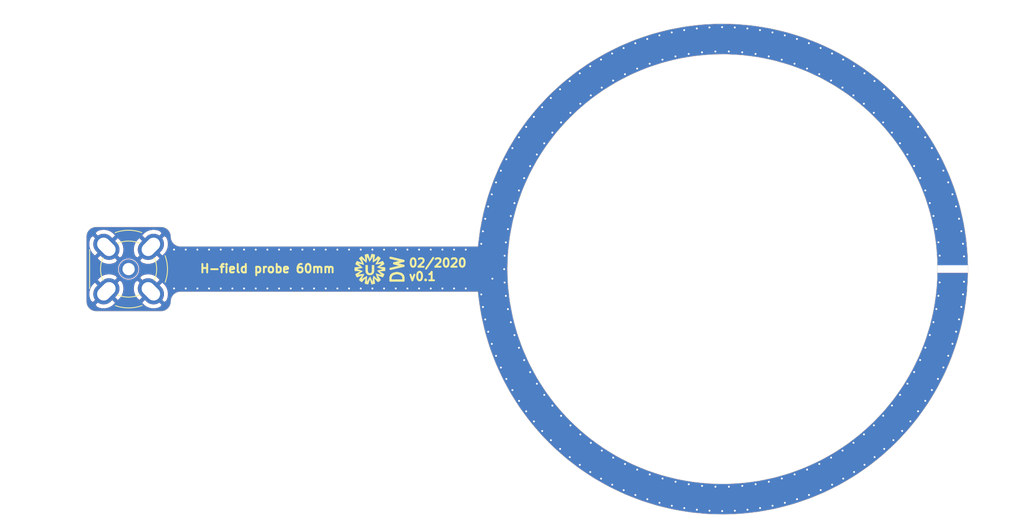
<source format=kicad_pcb>
(kicad_pcb (version 20171130) (host pcbnew 5.1.5)

  (general
    (thickness 1.6)
    (drawings 26)
    (tracks 271)
    (zones 0)
    (modules 2)
    (nets 3)
  )

  (page A4)
  (layers
    (0 F.Cu signal)
    (1 In1.Cu signal)
    (2 In2.Cu signal)
    (31 B.Cu signal)
    (32 B.Adhes user)
    (33 F.Adhes user)
    (34 B.Paste user)
    (35 F.Paste user)
    (36 B.SilkS user)
    (37 F.SilkS user)
    (38 B.Mask user)
    (39 F.Mask user)
    (40 Dwgs.User user)
    (41 Cmts.User user)
    (42 Eco1.User user)
    (43 Eco2.User user)
    (44 Edge.Cuts user)
    (45 Margin user)
    (46 B.CrtYd user)
    (47 F.CrtYd user)
    (48 B.Fab user hide)
    (49 F.Fab user hide)
  )

  (setup
    (last_trace_width 0.706149)
    (user_trace_width 0.23495)
    (trace_clearance 0.1)
    (zone_clearance 0)
    (zone_45_only no)
    (trace_min 0.2)
    (via_size 0.8)
    (via_drill 0.4)
    (via_min_size 0.4)
    (via_min_drill 0.25)
    (user_via 0.6 0.25)
    (uvia_size 0.3)
    (uvia_drill 0.1)
    (uvias_allowed no)
    (uvia_min_size 0.2)
    (uvia_min_drill 0.1)
    (edge_width 0.05)
    (segment_width 0.2)
    (pcb_text_width 0.3)
    (pcb_text_size 1.5 1.5)
    (mod_edge_width 0.12)
    (mod_text_size 1 1)
    (mod_text_width 0.15)
    (pad_size 2.54 2.54)
    (pad_drill 1.6)
    (pad_to_mask_clearance 0.051)
    (solder_mask_min_width 0.25)
    (aux_axis_origin 0 0)
    (visible_elements 7FFFFF7F)
    (pcbplotparams
      (layerselection 0x010fc_ffffffff)
      (usegerberextensions false)
      (usegerberattributes false)
      (usegerberadvancedattributes false)
      (creategerberjobfile false)
      (excludeedgelayer true)
      (linewidth 0.100000)
      (plotframeref false)
      (viasonmask false)
      (mode 1)
      (useauxorigin false)
      (hpglpennumber 1)
      (hpglpenspeed 20)
      (hpglpendiameter 15.000000)
      (psnegative false)
      (psa4output false)
      (plotreference true)
      (plotvalue true)
      (plotinvisibletext false)
      (padsonsilk false)
      (subtractmaskfromsilk false)
      (outputformat 1)
      (mirror false)
      (drillshape 1)
      (scaleselection 1)
      (outputdirectory ""))
  )

  (net 0 "")
  (net 1 "Net-(J1-Pad1)")
  (net 2 GND)

  (net_class Default "This is the default net class."
    (clearance 0.1)
    (trace_width 0.706149)
    (via_dia 0.8)
    (via_drill 0.4)
    (uvia_dia 0.3)
    (uvia_drill 0.1)
    (add_net GND)
    (add_net "Net-(J1-Pad1)")
  )

  (module _Custom:BNC_SMA_Vertical (layer F.Cu) (tedit 5E59A9CC) (tstamp 5E56994B)
    (at 110.88 96.27 270)
    (descr "BNC female PCB mount 4 pin straight chassis connector http://www.te.com/usa-en/product-1-1478204-0.html")
    (tags "BNC female PCB mount 4 pin straight chassis connector ")
    (path /5E569AC0)
    (fp_text reference J1 (at -4.32 0) (layer F.SilkS) hide
      (effects (font (size 1 1) (thickness 0.15)))
    )
    (fp_text value Conn_Coaxial (at 0 6.5 90) (layer F.Fab)
      (effects (font (size 1 1) (thickness 0.15)))
    )
    (fp_line (start -2.54 5.08) (end 2.54 5.08) (layer F.SilkS) (width 0.12))
    (fp_text user %R (at 0 0 90) (layer F.Fab)
      (effects (font (size 1 1) (thickness 0.15)))
    )
    (fp_line (start 5.5 -5.5) (end 5.5 5.5) (layer F.CrtYd) (width 0.05))
    (fp_line (start 5.5 5.5) (end -5.5 5.5) (layer F.CrtYd) (width 0.05))
    (fp_line (start -5.5 5.5) (end -5.5 -5.5) (layer F.CrtYd) (width 0.05))
    (fp_line (start -5.5 -5.5) (end 5.5 -5.5) (layer F.CrtYd) (width 0.05))
    (fp_circle (center 0 0) (end 4.8 0) (layer F.Fab) (width 0.1))
    (fp_arc (start 0 0) (end -4.75 1.75) (angle 40) (layer F.SilkS) (width 0.12))
    (fp_arc (start 0 0) (end 4.75 -1.75) (angle 40) (layer F.SilkS) (width 0.12))
    (fp_arc (start 0 0) (end -1.75 -4.75) (angle 40) (layer F.SilkS) (width 0.12))
    (fp_circle (center 0 0) (end 3.175 0) (layer F.Fab) (width 0.1))
    (fp_arc (start 0 0) (end 3.355 -1.45) (angle 46.74710926) (layer F.SilkS) (width 0.12))
    (fp_arc (start 0 0) (end -3.355 1.45) (angle 46.74710926) (layer F.SilkS) (width 0.12))
    (fp_arc (start 0 0) (end -1.45 -3.355) (angle 46.74710926) (layer F.SilkS) (width 0.12))
    (fp_arc (start 0 0) (end 1.45 3.355) (angle 46.74710926) (layer F.SilkS) (width 0.12))
    (pad 2 thru_hole oval (at -2.9 -2.9 315) (size 2.7 3.7) (drill oval 1.7 2.7) (layers *.Cu *.Mask)
      (net 2 GND))
    (pad 1 thru_hole circle (at 0 0 270) (size 2.54 2.54) (drill 1.6) (layers *.Cu *.Mask)
      (net 1 "Net-(J1-Pad1)"))
    (pad 2 thru_hole oval (at 2.9 -2.9 225) (size 2.7 3.7) (drill oval 1.7 2.7) (layers *.Cu *.Mask)
      (net 2 GND))
    (pad 2 thru_hole oval (at -2.9 2.9 225) (size 2.7 3.7) (drill oval 1.7 2.7) (layers *.Cu *.Mask)
      (net 2 GND))
    (pad 2 thru_hole oval (at 2.9 2.9 315) (size 2.7 3.7) (drill oval 1.7 2.7) (layers *.Cu *.Mask)
      (net 2 GND))
    (model :CUSTOM_3D:BNC_73171-3356.stp
      (offset (xyz 0 -22.7 6.1))
      (scale (xyz 1 1 1))
      (rotate (xyz -90 0 0))
    )
  )

  (module _Custom:UMC_logo_4mm (layer F.Cu) (tedit 0) (tstamp 5E58F441)
    (at 142.31 96.28)
    (fp_text reference G*** (at 0 0) (layer F.SilkS) hide
      (effects (font (size 1.524 1.524) (thickness 0.3)))
    )
    (fp_text value LOGO (at 0.75 0) (layer F.SilkS) hide
      (effects (font (size 1.524 1.524) (thickness 0.3)))
    )
    (fp_poly (pts (xy -0.257071 -0.169591) (xy -0.25704 -0.116215) (xy -0.256957 -0.065342) (xy -0.256825 -0.017315)
      (xy -0.256647 0.027523) (xy -0.256425 0.068829) (xy -0.256161 0.106261) (xy -0.255859 0.139476)
      (xy -0.255522 0.16813) (xy -0.255151 0.191882) (xy -0.254749 0.210387) (xy -0.25432 0.223304)
      (xy -0.253972 0.22922) (xy -0.247621 0.280915) (xy -0.237865 0.32773) (xy -0.224612 0.370017)
      (xy -0.207769 0.40813) (xy -0.206923 0.409757) (xy -0.193536 0.431169) (xy -0.176277 0.452534)
      (xy -0.15658 0.472411) (xy -0.13588 0.489361) (xy -0.115612 0.501943) (xy -0.114596 0.502451)
      (xy -0.08209 0.515266) (xy -0.04673 0.523441) (xy -0.009767 0.526975) (xy 0.027549 0.525867)
      (xy 0.063967 0.520117) (xy 0.098235 0.509724) (xy 0.11461 0.502573) (xy 0.134586 0.490462)
      (xy 0.155116 0.473893) (xy 0.17479 0.454284) (xy 0.1922 0.433052) (xy 0.205934 0.411613)
      (xy 0.206924 0.409757) (xy 0.223432 0.373284) (xy 0.236461 0.333357) (xy 0.24617 0.289366)
      (xy 0.252715 0.2407) (xy 0.253879 0.227693) (xy 0.254392 0.218101) (xy 0.254867 0.202576)
      (xy 0.255302 0.181382) (xy 0.255695 0.154779) (xy 0.256045 0.123032) (xy 0.256348 0.086402)
      (xy 0.256603 0.045151) (xy 0.256807 -0.000457) (xy 0.256959 -0.05016) (xy 0.257056 -0.103696)
      (xy 0.257097 -0.160802) (xy 0.257098 -0.172364) (xy 0.257098 -0.53278) (xy 0.573466 -0.53278)
      (xy 0.57214 -0.155652) (xy 0.57193 -0.09717) (xy 0.571725 -0.044508) (xy 0.571512 0.00271)
      (xy 0.571278 0.044858) (xy 0.571012 0.082313) (xy 0.5707 0.115449) (xy 0.57033 0.144641)
      (xy 0.569889 0.170266) (xy 0.569366 0.192698) (xy 0.568747 0.212312) (xy 0.568019 0.229484)
      (xy 0.567172 0.244589) (xy 0.566191 0.258003) (xy 0.565064 0.2701) (xy 0.56378 0.281256)
      (xy 0.562325 0.291847) (xy 0.560686 0.302247) (xy 0.558852 0.312832) (xy 0.556809 0.323977)
      (xy 0.555994 0.328342) (xy 0.541821 0.390316) (xy 0.523365 0.4479) (xy 0.500667 0.501049)
      (xy 0.473767 0.54972) (xy 0.442708 0.593868) (xy 0.407529 0.63345) (xy 0.368271 0.668421)
      (xy 0.324976 0.698739) (xy 0.277685 0.724358) (xy 0.226437 0.745235) (xy 0.171276 0.761325)
      (xy 0.147927 0.766451) (xy 0.099623 0.77471) (xy 0.053105 0.779602) (xy 0.005901 0.781304)
      (xy -0.041817 0.780129) (xy -0.062237 0.778678) (xy -0.085403 0.776353) (xy -0.108005 0.773514)
      (xy -0.121766 0.771408) (xy -0.18099 0.758725) (xy -0.236078 0.741432) (xy -0.287023 0.719536)
      (xy -0.333815 0.693044) (xy -0.376449 0.661965) (xy -0.414917 0.626307) (xy -0.44921 0.586077)
      (xy -0.479322 0.541283) (xy -0.505245 0.491932) (xy -0.526971 0.438034) (xy -0.544492 0.379595)
      (xy -0.557382 0.319049) (xy -0.559326 0.307814) (xy -0.561073 0.297298) (xy -0.562635 0.287124)
      (xy -0.564023 0.276913) (xy -0.56525 0.266285) (xy -0.566327 0.254864) (xy -0.567265 0.242269)
      (xy -0.568078 0.228123) (xy -0.568776 0.212047) (xy -0.569372 0.193662) (xy -0.569876 0.17259)
      (xy -0.570301 0.148451) (xy -0.570659 0.120869) (xy -0.570962 0.089463) (xy -0.571221 0.053856)
      (xy -0.571447 0.013669) (xy -0.571654 -0.031478) (xy -0.571852 -0.081961) (xy -0.572053 -0.138161)
      (xy -0.572109 -0.154103) (xy -0.573425 -0.53278) (xy -0.257097 -0.53278) (xy -0.257071 -0.169591)) (layer F.SilkS) (width 0.01))
    (fp_poly (pts (xy 0.212034 -1.990841) (xy 0.220271 -1.990112) (xy 0.232459 -1.988823) (xy 0.247504 -1.987103)
      (xy 0.264312 -1.985083) (xy 0.281787 -1.982893) (xy 0.298835 -1.980662) (xy 0.314362 -1.97852)
      (xy 0.320598 -1.977614) (xy 0.365421 -1.970209) (xy 0.412453 -1.961036) (xy 0.46038 -1.950426)
      (xy 0.507888 -1.93871) (xy 0.553664 -1.926218) (xy 0.596394 -1.913281) (xy 0.634764 -1.900229)
      (xy 0.648257 -1.895182) (xy 0.66 -1.890566) (xy 0.667029 -1.887252) (xy 0.670413 -1.884324)
      (xy 0.671222 -1.880866) (xy 0.670548 -1.876087) (xy 0.669637 -1.870592) (xy 0.667908 -1.859637)
      (xy 0.665435 -1.84369) (xy 0.662287 -1.823222) (xy 0.658535 -1.7987) (xy 0.654249 -1.770594)
      (xy 0.649501 -1.739373) (xy 0.64436 -1.705505) (xy 0.638898 -1.66946) (xy 0.633186 -1.631707)
      (xy 0.627294 -1.592715) (xy 0.621292 -1.552952) (xy 0.615252 -1.512887) (xy 0.609243 -1.472991)
      (xy 0.603338 -1.43373) (xy 0.597605 -1.395576) (xy 0.592117 -1.358996) (xy 0.586944 -1.324459)
      (xy 0.582156 -1.292435) (xy 0.577824 -1.263392) (xy 0.574019 -1.2378) (xy 0.570811 -1.216127)
      (xy 0.568272 -1.198842) (xy 0.566471 -1.186415) (xy 0.56548 -1.179314) (xy 0.565306 -1.177763)
      (xy 0.567419 -1.179898) (xy 0.573411 -1.186239) (xy 0.58296 -1.196438) (xy 0.595745 -1.210146)
      (xy 0.611443 -1.227016) (xy 0.629733 -1.246699) (xy 0.650293 -1.268848) (xy 0.6728 -1.293116)
      (xy 0.696934 -1.319153) (xy 0.722373 -1.346613) (xy 0.748793 -1.375147) (xy 0.775875 -1.404407)
      (xy 0.803295 -1.434046) (xy 0.830732 -1.463716) (xy 0.857865 -1.493068) (xy 0.884371 -1.521755)
      (xy 0.909928 -1.549429) (xy 0.934215 -1.575742) (xy 0.956909 -1.600347) (xy 0.97769 -1.622894)
      (xy 0.996235 -1.643037) (xy 1.012221 -1.660428) (xy 1.025329 -1.674718) (xy 1.035235 -1.68556)
      (xy 1.041618 -1.692606) (xy 1.04233 -1.693402) (xy 1.051622 -1.703819) (xy 1.083864 -1.683529)
      (xy 1.140413 -1.646568) (xy 1.195028 -1.608172) (xy 1.246123 -1.569478) (xy 1.273098 -1.547698)
      (xy 1.291517 -1.532181) (xy 1.310656 -1.515593) (xy 1.329944 -1.498471) (xy 1.34881 -1.481354)
      (xy 1.366684 -1.46478) (xy 1.382996 -1.449287) (xy 1.397175 -1.435414) (xy 1.40865 -1.423699)
      (xy 1.416852 -1.414681) (xy 1.42121 -1.408897) (xy 1.421769 -1.407397) (xy 1.420054 -1.404543)
      (xy 1.415059 -1.396899) (xy 1.407003 -1.384788) (xy 1.396104 -1.368534) (xy 1.382579 -1.348458)
      (xy 1.366649 -1.324883) (xy 1.348531 -1.298133) (xy 1.328444 -1.26853) (xy 1.306607 -1.236397)
      (xy 1.283237 -1.202057) (xy 1.258554 -1.165832) (xy 1.232777 -1.128046) (xy 1.220779 -1.110475)
      (xy 1.194598 -1.072127) (xy 1.169422 -1.035222) (xy 1.145469 -1.000082) (xy 1.122956 -0.967026)
      (xy 1.1021 -0.936376) (xy 1.083119 -0.90845) (xy 1.066231 -0.883569) (xy 1.051652 -0.862053)
      (xy 1.0396 -0.844223) (xy 1.030293 -0.830398) (xy 1.023948 -0.820899) (xy 1.020782 -0.816046)
      (xy 1.020453 -0.815462) (xy 1.023359 -0.816481) (xy 1.031665 -0.819641) (xy 1.045011 -0.824801)
      (xy 1.063037 -0.83182) (xy 1.085383 -0.840555) (xy 1.111691 -0.850868) (xy 1.1416 -0.862615)
      (xy 1.174751 -0.875656) (xy 1.210784 -0.889849) (xy 1.249339 -0.905054) (xy 1.290057 -0.92113)
      (xy 1.332578 -0.937934) (xy 1.353708 -0.94629) (xy 1.396986 -0.963384) (xy 1.438652 -0.97979)
      (xy 1.478345 -0.995369) (xy 1.515704 -1.009981) (xy 1.550369 -1.023486) (xy 1.581977 -1.035745)
      (xy 1.610169 -1.046619) (xy 1.634583 -1.055969) (xy 1.654858 -1.063654) (xy 1.670634 -1.069536)
      (xy 1.681549 -1.073475) (xy 1.687242 -1.075331) (xy 1.688015 -1.075441) (xy 1.692968 -1.067972)
      (xy 1.700351 -1.056303) (xy 1.709466 -1.041582) (xy 1.719618 -1.024958) (xy 1.73011 -1.00758)
      (xy 1.740248 -0.990595) (xy 1.749335 -0.975154) (xy 1.756674 -0.962404) (xy 1.758754 -0.958695)
      (xy 1.773186 -0.931819) (xy 1.788793 -0.901223) (xy 1.804832 -0.868478) (xy 1.820557 -0.835154)
      (xy 1.835225 -0.802821) (xy 1.848092 -0.773049) (xy 1.856364 -0.752707) (xy 1.864926 -0.730526)
      (xy 1.872774 -0.709558) (xy 1.879647 -0.690556) (xy 1.885285 -0.674272) (xy 1.889427 -0.661458)
      (xy 1.891815 -0.652867) (xy 1.892186 -0.649251) (xy 1.892156 -0.649221) (xy 1.889281 -0.647509)
      (xy 1.881751 -0.643137) (xy 1.870285 -0.63652) (xy 1.855606 -0.628075) (xy 1.838435 -0.618217)
      (xy 1.821262 -0.608375) (xy 1.787248 -0.588878) (xy 1.751679 -0.568457) (xy 1.714932 -0.547332)
      (xy 1.677385 -0.52572) (xy 1.639416 -0.50384) (xy 1.601402 -0.481912) (xy 1.563721 -0.460153)
      (xy 1.52675 -0.438783) (xy 1.490867 -0.41802) (xy 1.456449 -0.398084) (xy 1.423874 -0.379192)
      (xy 1.393519 -0.361564) (xy 1.365761 -0.345418) (xy 1.34098 -0.330972) (xy 1.319551 -0.318447)
      (xy 1.301852 -0.30806) (xy 1.288262 -0.30003) (xy 1.279156 -0.294575) (xy 1.274914 -0.291916)
      (xy 1.274647 -0.291686) (xy 1.277862 -0.291242) (xy 1.286595 -0.290414) (xy 1.300184 -0.289256)
      (xy 1.317966 -0.287821) (xy 1.339279 -0.286162) (xy 1.363462 -0.284333) (xy 1.389852 -0.282385)
      (xy 1.399073 -0.281716) (xy 1.432259 -0.279315) (xy 1.469853 -0.276594) (xy 1.510083 -0.27368)
      (xy 1.551178 -0.270703) (xy 1.591368 -0.267791) (xy 1.628882 -0.265071) (xy 1.652549 -0.263354)
      (xy 1.684689 -0.261025) (xy 1.718622 -0.25857) (xy 1.753011 -0.256086) (xy 1.786523 -0.253668)
      (xy 1.817821 -0.251414) (xy 1.845571 -0.24942) (xy 1.86783 -0.247824) (xy 1.89118 -0.246132)
      (xy 1.913395 -0.24448) (xy 1.933456 -0.242947) (xy 1.950348 -0.241612) (xy 1.963054 -0.240553)
      (xy 1.970372 -0.239871) (xy 1.987732 -0.238009) (xy 1.992839 -0.189474) (xy 1.998323 -0.127192)
      (xy 2.001808 -0.06442) (xy 2.003233 -0.002997) (xy 2.002538 0.055243) (xy 2.001605 0.078214)
      (xy 2.000366 0.100319) (xy 1.998846 0.12327) (xy 1.997125 0.146202) (xy 1.995283 0.168246)
      (xy 1.993402 0.188538) (xy 1.991563 0.20621) (xy 1.989846 0.220396) (xy 1.988332 0.23023)
      (xy 1.987102 0.234845) (xy 1.986984 0.235001) (xy 1.983711 0.235521) (xy 1.97501 0.236422)
      (xy 1.961632 0.237639) (xy 1.944328 0.239108) (xy 1.923848 0.240763) (xy 1.900943 0.242541)
      (xy 1.888855 0.243452) (xy 1.860965 0.245537) (xy 1.831492 0.247743) (xy 1.801982 0.249955)
      (xy 1.773985 0.252056) (xy 1.749046 0.25393) (xy 1.728713 0.255462) (xy 1.728439 0.255482)
      (xy 1.710063 0.256865) (xy 1.690551 0.258325) (xy 1.669386 0.259901) (xy 1.646052 0.26163)
      (xy 1.62003 0.26355) (xy 1.590804 0.2657) (xy 1.557855 0.268118) (xy 1.520667 0.270841)
      (xy 1.478723 0.273908) (xy 1.431505 0.277356) (xy 1.392354 0.280214) (xy 1.36684 0.282084)
      (xy 1.343111 0.283838) (xy 1.32192 0.285421) (xy 1.304019 0.286775) (xy 1.290162 0.287844)
      (xy 1.281099 0.28857) (xy 1.277744 0.288873) (xy 1.277833 0.290578) (xy 1.283188 0.294945)
      (xy 1.293564 0.301807) (xy 1.308718 0.310997) (xy 1.318013 0.316414) (xy 1.338124 0.328003)
      (xy 1.362248 0.341889) (xy 1.389813 0.357746) (xy 1.420251 0.375246) (xy 1.452991 0.394062)
      (xy 1.487463 0.413867) (xy 1.523097 0.434333) (xy 1.559322 0.455135) (xy 1.59557 0.475943)
      (xy 1.63127 0.496432) (xy 1.665852 0.516273) (xy 1.698746 0.53514) (xy 1.729382 0.552706)
      (xy 1.757191 0.568643) (xy 1.781601 0.582624) (xy 1.802043 0.594322) (xy 1.817947 0.60341)
      (xy 1.823589 0.606628) (xy 1.842243 0.617368) (xy 1.858984 0.627222) (xy 1.873095 0.635748)
      (xy 1.883857 0.642507) (xy 1.890553 0.647059) (xy 1.89251 0.648873) (xy 1.891476 0.653744)
      (xy 1.888456 0.663446) (xy 1.88379 0.677067) (xy 1.877818 0.693697) (xy 1.870877 0.712424)
      (xy 1.863308 0.732337) (xy 1.85545 0.752524) (xy 1.847641 0.772075) (xy 1.840221 0.790077)
      (xy 1.838123 0.795036) (xy 1.824557 0.825885) (xy 1.809268 0.858953) (xy 1.793034 0.892663)
      (xy 1.776628 0.925437) (xy 1.760827 0.955699) (xy 1.746405 0.981872) (xy 1.745387 0.98365)
      (xy 1.737597 0.996924) (xy 1.728751 1.011533) (xy 1.719449 1.026541) (xy 1.71029 1.041013)
      (xy 1.701873 1.054012) (xy 1.694796 1.064605) (xy 1.68966 1.071855) (xy 1.687063 1.074828)
      (xy 1.686967 1.074854) (xy 1.683967 1.073741) (xy 1.675567 1.070497) (xy 1.662128 1.065265)
      (xy 1.644012 1.058186) (xy 1.621582 1.049402) (xy 1.5952 1.039056) (xy 1.565227 1.027289)
      (xy 1.532027 1.014245) (xy 1.495961 1.000065) (xy 1.457391 0.98489) (xy 1.416679 0.968864)
      (xy 1.374189 0.952129) (xy 1.355093 0.944605) (xy 1.311946 0.927616) (xy 1.270423 0.911293)
      (xy 1.230884 0.895776) (xy 1.193691 0.881207) (xy 1.159207 0.867727) (xy 1.127793 0.855475)
      (xy 1.099811 0.844592) (xy 1.075622 0.835221) (xy 1.055588 0.827501) (xy 1.040072 0.821573)
      (xy 1.029434 0.817578) (xy 1.024036 0.815657) (xy 1.023415 0.815505) (xy 1.024979 0.818158)
      (xy 1.02983 0.825599) (xy 1.037752 0.837507) (xy 1.048526 0.853562) (xy 1.061936 0.873444)
      (xy 1.077765 0.896831) (xy 1.095794 0.923404) (xy 1.115806 0.952842) (xy 1.137585 0.984824)
      (xy 1.160913 1.01903) (xy 1.185573 1.055139) (xy 1.211346 1.092831) (xy 1.22341 1.110457)
      (xy 1.424555 1.404261) (xy 1.415534 1.415651) (xy 1.40985 1.421968) (xy 1.400254 1.431675)
      (xy 1.387496 1.444075) (xy 1.372325 1.458476) (xy 1.355489 1.474184) (xy 1.337738 1.490505)
      (xy 1.31982 1.506745) (xy 1.302484 1.522211) (xy 1.28648 1.536209) (xy 1.273098 1.547592)
      (xy 1.251949 1.564783) (xy 1.228228 1.583273) (xy 1.20284 1.602418) (xy 1.176693 1.621575)
      (xy 1.150692 1.640098) (xy 1.125743 1.657344) (xy 1.102753 1.672667) (xy 1.082626 1.685425)
      (xy 1.06627 1.694971) (xy 1.064584 1.695881) (xy 1.053036 1.702043) (xy 1.046134 1.693724)
      (xy 1.042357 1.689435) (xy 1.034826 1.681123) (xy 1.023867 1.669135) (xy 1.0098 1.65382)
      (xy 0.992949 1.635525) (xy 0.973638 1.614597) (xy 0.952188 1.591385) (xy 0.928923 1.566236)
      (xy 0.904165 1.539498) (xy 0.878238 1.511519) (xy 0.851464 1.482645) (xy 0.824167 1.453226)
      (xy 0.796668 1.423608) (xy 0.769291 1.394139) (xy 0.74236 1.365168) (xy 0.716196 1.337041)
      (xy 0.691122 1.310106) (xy 0.667462 1.284711) (xy 0.645538 1.261204) (xy 0.625674 1.239933)
      (xy 0.608191 1.221245) (xy 0.593414 1.205487) (xy 0.581664 1.193008) (xy 0.573266 1.184155)
      (xy 0.56854 1.179276) (xy 0.567592 1.178401) (xy 0.567939 1.181494) (xy 0.569152 1.190243)
      (xy 0.571161 1.204179) (xy 0.573894 1.222834) (xy 0.57728 1.24574) (xy 0.581249 1.272427)
      (xy 0.585729 1.302428) (xy 0.59065 1.335275) (xy 0.595941 1.370498) (xy 0.601531 1.40763)
      (xy 0.607348 1.446203) (xy 0.613322 1.485747) (xy 0.619383 1.525795) (xy 0.625458 1.565879)
      (xy 0.631478 1.605529) (xy 0.637371 1.644278) (xy 0.643066 1.681657) (xy 0.648493 1.717198)
      (xy 0.65358 1.750433) (xy 0.658256 1.780892) (xy 0.662452 1.808109) (xy 0.666094 1.831614)
      (xy 0.669114 1.850939) (xy 0.67144 1.865616) (xy 0.673 1.875176) (xy 0.673688 1.879002)
      (xy 0.67377 1.881412) (xy 0.672348 1.883689) (xy 0.668679 1.886177) (xy 0.662019 1.889218)
      (xy 0.651626 1.893158) (xy 0.636756 1.898339) (xy 0.618686 1.904429) (xy 0.538312 1.92964)
      (xy 0.460766 1.950444) (xy 0.384821 1.967119) (xy 0.309249 1.979943) (xy 0.254179 1.98697)
      (xy 0.238901 1.988605) (xy 0.22604 1.98988) (xy 0.21674 1.990688) (xy 0.212146 1.990925)
      (xy 0.211862 1.990878) (xy 0.210883 1.987886) (xy 0.208203 1.979342) (xy 0.203935 1.965615)
      (xy 0.198194 1.947076) (xy 0.191094 1.924095) (xy 0.182749 1.897043) (xy 0.173274 1.866289)
      (xy 0.162781 1.832205) (xy 0.151386 1.795161) (xy 0.139202 1.755526) (xy 0.126344 1.713672)
      (xy 0.112926 1.669968) (xy 0.106447 1.648854) (xy 0.092804 1.604453) (xy 0.079652 1.561762)
      (xy 0.067105 1.521149) (xy 0.055279 1.48298) (xy 0.044287 1.447622) (xy 0.034246 1.415444)
      (xy 0.02527 1.386812) (xy 0.017474 1.362092) (xy 0.010973 1.341654) (xy 0.005881 1.325863)
      (xy 0.002315 1.315087) (xy 0.000389 1.309693) (xy 0.000081 1.309123) (xy -0.001021 1.312235)
      (xy -0.003819 1.320899) (xy -0.008197 1.334742) (xy -0.01404 1.353392) (xy -0.021231 1.376475)
      (xy -0.029657 1.40362) (xy -0.039201 1.434454) (xy -0.049747 1.468603) (xy -0.061182 1.505696)
      (xy -0.073388 1.54536) (xy -0.086251 1.587221) (xy -0.099655 1.630908) (xy -0.105645 1.650451)
      (xy -0.123819 1.70966) (xy -0.140258 1.762998) (xy -0.154986 1.810535) (xy -0.168025 1.852344)
      (xy -0.179396 1.888493) (xy -0.189124 1.919053) (xy -0.197229 1.944094) (xy -0.203734 1.963688)
      (xy -0.208663 1.977904) (xy -0.212036 1.986813) (xy -0.213878 1.990485) (xy -0.21406 1.990597)
      (xy -0.21916 1.990448) (xy -0.228418 1.989662) (xy -0.239845 1.988407) (xy -0.240061 1.988381)
      (xy -0.335621 1.974822) (xy -0.426237 1.95791) (xy -0.512214 1.93758) (xy -0.583016 1.91721)
      (xy -0.608961 1.908854) (xy -0.631049 1.901268) (xy -0.648845 1.89462) (xy -0.661915 1.889082)
      (xy -0.669824 1.884824) (xy -0.67217 1.882237) (xy -0.671712 1.878754) (xy -0.670377 1.869538)
      (xy -0.668225 1.854981) (xy -0.665314 1.835474) (xy -0.661703 1.811409) (xy -0.657452 1.783177)
      (xy -0.652619 1.75117) (xy -0.647264 1.715779) (xy -0.641446 1.677395) (xy -0.635223 1.636411)
      (xy -0.628655 1.593217) (xy -0.621801 1.548205) (xy -0.619523 1.533259) (xy -0.612584 1.487698)
      (xy -0.605913 1.443801) (xy -0.599568 1.40196) (xy -0.593609 1.36257) (xy -0.588094 1.326026)
      (xy -0.583083 1.29272) (xy -0.578635 1.263048) (xy -0.574809 1.237404) (xy -0.571665 1.216182)
      (xy -0.569261 1.199776) (xy -0.567657 1.18858) (xy -0.566912 1.182988) (xy -0.566864 1.182449)
      (xy -0.568914 1.183934) (xy -0.574892 1.189704) (xy -0.584536 1.199479) (xy -0.597581 1.212982)
      (xy -0.613766 1.229934) (xy -0.632828 1.250057) (xy -0.654504 1.273072) (xy -0.678532 1.298701)
      (xy -0.704647 1.326666) (xy -0.732589 1.356688) (xy -0.762093 1.388489) (xy -0.792897 1.42179)
      (xy -0.796422 1.425607) (xy -0.827415 1.459166) (xy -0.857421 1.491641) (xy -0.88615 1.52272)
      (xy -0.913311 1.552089) (xy -0.938613 1.579434) (xy -0.961768 1.604443) (xy -0.982483 1.626801)
      (xy -1.000469 1.646194) (xy -1.015435 1.66231) (xy -1.027091 1.674835) (xy -1.035146 1.683455)
      (xy -1.03931 1.687856) (xy -1.039444 1.687993) (xy -1.043862 1.692676) (xy -1.047453 1.696188)
      (xy -1.050928 1.69828) (xy -1.054999 1.698701) (xy -1.060376 1.697204) (xy -1.067771 1.693536)
      (xy -1.077893 1.687449) (xy -1.091454 1.678693) (xy -1.109165 1.667019) (xy -1.120601 1.659481)
      (xy -1.163949 1.630221) (xy -1.20403 1.601481) (xy -1.243145 1.571554) (xy -1.283591 1.538728)
      (xy -1.288585 1.534562) (xy -1.305357 1.520265) (xy -1.322983 1.504768) (xy -1.340854 1.488652)
      (xy -1.358362 1.472498) (xy -1.374901 1.456888) (xy -1.389861 1.442403) (xy -1.402636 1.429624)
      (xy -1.412616 1.419133) (xy -1.419196 1.411511) (xy -1.421766 1.407338) (xy -1.42178 1.407174)
      (xy -1.420064 1.40405) (xy -1.415062 1.396144) (xy -1.406995 1.383783) (xy -1.396081 1.367292)
      (xy -1.382541 1.346999) (xy -1.366593 1.323229) (xy -1.348458 1.29631) (xy -1.328354 1.266566)
      (xy -1.306503 1.234325) (xy -1.283123 1.199913) (xy -1.258434 1.163656) (xy -1.232655 1.125881)
      (xy -1.221714 1.109873) (xy -1.195587 1.071638) (xy -1.170475 1.034841) (xy -1.146594 0.999804)
      (xy -1.124164 0.966848) (xy -1.1034 0.936294) (xy -1.084522 0.908464) (xy -1.067746 0.883678)
      (xy -1.053291 0.86226) (xy -1.041374 0.844529) (xy -1.032212 0.830807) (xy -1.026023 0.821415)
      (xy -1.023025 0.816675) (xy -1.022771 0.816147) (xy -1.025793 0.817013) (xy -1.03398 0.819943)
      (xy -1.046741 0.824711) (xy -1.063486 0.83109) (xy -1.083625 0.838856) (xy -1.106565 0.847782)
      (xy -1.131717 0.857641) (xy -1.14927 0.864561) (xy -1.178164 0.875975) (xy -1.207423 0.887532)
      (xy -1.236072 0.898845) (xy -1.263138 0.909531) (xy -1.287645 0.919205) (xy -1.30862 0.927482)
      (xy -1.325089 0.933977) (xy -1.328853 0.935461) (xy -1.34265 0.940902) (xy -1.361391 0.9483)
      (xy -1.38426 0.957332) (xy -1.410442 0.967676) (xy -1.439119 0.979008) (xy -1.469477 0.991008)
      (xy -1.500698 1.003351) (xy -1.531967 1.015716) (xy -1.534841 1.016853) (xy -1.686621 1.076882)
      (xy -1.704832 1.048924) (xy -1.724597 1.017256) (xy -1.745631 0.981178) (xy -1.767178 0.942138)
      (xy -1.788484 0.901579) (xy -1.80879 0.860948) (xy -1.827342 0.82169) (xy -1.843384 0.785251)
      (xy -1.845974 0.779037) (xy -1.851735 0.764728) (xy -1.858204 0.74809) (xy -1.865015 0.730129)
      (xy -1.871802 0.71185) (xy -1.878201 0.694257) (xy -1.883846 0.678356) (xy -1.888372 0.66515)
      (xy -1.891413 0.655646) (xy -1.892605 0.650848) (xy -1.892609 0.650723) (xy -1.889977 0.648881)
      (xy -1.882305 0.644155) (xy -1.869927 0.636742) (xy -1.853179 0.626837) (xy -1.832397 0.614635)
      (xy -1.807917 0.600332) (xy -1.780073 0.584122) (xy -1.749201 0.566202) (xy -1.715637 0.546768)
      (xy -1.679715 0.526013) (xy -1.641772 0.504135) (xy -1.602143 0.481327) (xy -1.583225 0.470455)
      (xy -1.529654 0.439641) (xy -1.48143 0.411825) (xy -1.438499 0.386971) (xy -1.400802 0.365047)
      (xy -1.368285 0.346019) (xy -1.340892 0.329856) (xy -1.318565 0.316522) (xy -1.301249 0.305986)
      (xy -1.288888 0.298214) (xy -1.281426 0.293173) (xy -1.278806 0.290829) (xy -1.278889 0.290665)
      (xy -1.282588 0.290176) (xy -1.29207 0.289277) (xy -1.306939 0.288) (xy -1.326799 0.286374)
      (xy -1.351254 0.28443) (xy -1.379907 0.282199) (xy -1.412363 0.279711) (xy -1.448226 0.276997)
      (xy -1.487099 0.274087) (xy -1.528586 0.271012) (xy -1.57229 0.267802) (xy -1.617817 0.264488)
      (xy -1.633963 0.26332) (xy -1.679957 0.25998) (xy -1.724218 0.256733) (xy -1.766356 0.253609)
      (xy -1.805977 0.250639) (xy -1.842692 0.247854) (xy -1.876108 0.245283) (xy -1.905834 0.242958)
      (xy -1.931478 0.240908) (xy -1.95265 0.239165) (xy -1.968957 0.237758) (xy -1.980008 0.236718)
      (xy -1.985411 0.236076) (xy -1.985898 0.235948) (xy -1.987092 0.231918) (xy -1.988659 0.222457)
      (xy -1.990511 0.208312) (xy -1.992562 0.190228) (xy -1.994724 0.168952) (xy -1.996909 0.145232)
      (xy -1.997941 0.133195) (xy -2.000685 0.092385) (xy -2.00247 0.048239) (xy -2.002519 0.04539)
      (xy -1.650008 0.04539) (xy -1.64662 0.045284) (xy -1.639039 0.043779) (xy -1.630532 0.041631)
      (xy -1.613913 0.038347) (xy -1.592836 0.036074) (xy -1.568963 0.034849) (xy -1.543954 0.034708)
      (xy -1.519469 0.035685) (xy -1.49717 0.037818) (xy -1.491475 0.038637) (xy -1.4725 0.041932)
      (xy -1.453501 0.045938) (xy -1.433878 0.050863) (xy -1.413031 0.056915) (xy -1.390357 0.064301)
      (xy -1.365257 0.073229) (xy -1.33713 0.083907) (xy -1.305375 0.096543) (xy -1.269391 0.111344)
      (xy -1.228578 0.128518) (xy -1.215792 0.133956) (xy -1.172597 0.152154) (xy -1.134239 0.167838)
      (xy -1.100008 0.181257) (xy -1.069195 0.192657) (xy -1.04109 0.202286) (xy -1.014983 0.210389)
      (xy -0.990166 0.217215) (xy -0.965929 0.223011) (xy -0.951003 0.226171) (xy -0.937644 0.228941)
      (xy -0.92675 0.231336) (xy -0.919619 0.233062) (xy -0.917502 0.233758) (xy -0.918725 0.236632)
      (xy -0.923538 0.242972) (xy -0.93113 0.251889) (xy -0.940688 0.262489) (xy -0.951399 0.273883)
      (xy -0.962452 0.285179) (xy -0.973032 0.295486) (xy -0.97789 0.299989) (xy -0.99202 0.312513)
      (xy -1.006785 0.324961) (xy -1.022772 0.337763) (xy -1.04057 0.351351) (xy -1.060763 0.366157)
      (xy -1.083939 0.382613) (xy -1.110685 0.401148) (xy -1.141588 0.422196) (xy -1.171309 0.442215)
      (xy -1.207759 0.466797) (xy -1.239463 0.488487) (xy -1.266922 0.50768) (xy -1.29064 0.524775)
      (xy -1.311119 0.540167) (xy -1.328863 0.554255) (xy -1.344372 0.567435) (xy -1.358152 0.580104)
      (xy -1.370703 0.592659) (xy -1.382529 0.605497) (xy -1.392092 0.616579) (xy -1.412132 0.642408)
      (xy -1.430204 0.669641) (xy -1.445609 0.697014) (xy -1.457647 0.723269) (xy -1.465616 0.747144)
      (xy -1.466407 0.750396) (xy -1.467061 0.754235) (xy -1.466186 0.755625) (xy -1.462934 0.754214)
      (xy -1.456458 0.749648) (xy -1.446713 0.742195) (xy -1.415583 0.720689) (xy -1.382163 0.702724)
      (xy -1.345581 0.687949) (xy -1.304959 0.676013) (xy -1.259426 0.666563) (xy -1.257609 0.666253)
      (xy -1.24062 0.663534) (xy -1.223259 0.661137) (xy -1.204759 0.658997) (xy -1.18435 0.657051)
      (xy -1.161262 0.655238) (xy -1.134726 0.653493) (xy -1.103972 0.651754) (xy -1.068231 0.649958)
      (xy -1.045426 0.648889) (xy -0.990907 0.646073) (xy -0.942084 0.64287) (xy -0.898469 0.639223)
      (xy -0.859572 0.635075) (xy -0.824902 0.630368) (xy -0.793972 0.625044) (xy -0.76629 0.619045)
      (xy -0.745737 0.613601) (xy -0.73476 0.610582) (xy -0.72844 0.609405) (xy -0.725542 0.609999)
      (xy -0.724829 0.612293) (xy -0.724829 0.612399) (xy -0.72577 0.616937) (xy -0.728361 0.626167)
      (xy -0.732249 0.638917) (xy -0.737084 0.654016) (xy -0.739377 0.660967) (xy -0.751251 0.692961)
      (xy -0.766827 0.728918) (xy -0.785751 0.768118) (xy -0.807668 0.809842) (xy -0.832222 0.85337)
      (xy -0.844132 0.873512) (xy -0.867711 0.913036) (xy -0.888221 0.947918) (xy -0.905956 0.978718)
      (xy -0.921207 1.006001) (xy -0.934267 1.030328) (xy -0.945426 1.052261) (xy -0.954978 1.072363)
      (xy -0.963214 1.091196) (xy -0.970427 1.109322) (xy -0.976907 1.127303) (xy -0.978714 1.132638)
      (xy -0.989308 1.168333) (xy -0.99612 1.201436) (xy -0.999463 1.234006) (xy -0.99965 1.268101)
      (xy -0.999578 1.27) (xy -0.998681 1.289743) (xy -0.997639 1.303595) (xy -0.996173 1.311863)
      (xy -0.994003 1.31485) (xy -0.990849 1.312861) (xy -0.986432 1.306198) (xy -0.980472 1.295168)
      (xy -0.979024 1.292374) (xy -0.960652 1.260795) (xy -0.93909 1.231386) (xy -0.913664 1.203431)
      (xy -0.883701 1.176215) (xy -0.848525 1.149022) (xy -0.834792 1.139332) (xy -0.822921 1.131251)
      (xy -0.811098 1.123489) (xy -0.798637 1.115647) (xy -0.784854 1.107328) (xy -0.769066 1.098132)
      (xy -0.750587 1.087662) (xy -0.728734 1.07552) (xy -0.702821 1.061307) (xy -0.672165 1.044626)
      (xy -0.669768 1.043325) (xy -0.631385 1.022403) (xy -0.597893 1.003904) (xy -0.568664 0.987438)
      (xy -0.543071 0.972612) (xy -0.520485 0.959036) (xy -0.500279 0.946318) (xy -0.481825 0.934066)
      (xy -0.464496 0.921888) (xy -0.447663 0.909394) (xy -0.4307 0.896192) (xy -0.419647 0.887321)
      (xy -0.388142 0.86179) (xy -0.384664 0.880816) (xy -0.37937 0.918566) (xy -0.376227 0.962112)
      (xy -0.375235 1.01144) (xy -0.376395 1.066535) (xy -0.379707 1.127384) (xy -0.385171 1.193973)
      (xy -0.385477 1.197208) (xy -0.3878 1.22285) (xy -0.390022 1.249679) (xy -0.392026 1.276104)
      (xy -0.393694 1.30054) (xy -0.394911 1.321398) (xy -0.395392 1.331951) (xy -0.395635 1.387345)
      (xy -0.391911 1.438233) (xy -0.38415 1.484924) (xy -0.372285 1.527726) (xy -0.356247 1.566947)
      (xy -0.335968 1.602896) (xy -0.334916 1.604501) (xy -0.323695 1.621502) (xy -0.321775 1.584367)
      (xy -0.320003 1.562552) (xy -0.317105 1.54073) (xy -0.313475 1.521781) (xy -0.312889 1.519354)
      (xy -0.306641 1.496824) (xy -0.299079 1.474408) (xy -0.289915 1.451598) (xy -0.27886 1.427884)
      (xy -0.265625 1.402757) (xy -0.249923 1.375706) (xy -0.231465 1.346223) (xy -0.209961 1.313799)
      (xy -0.185125 1.277924) (xy -0.156666 1.238088) (xy -0.142715 1.21889) (xy -0.108461 1.17121)
      (xy -0.078382 1.127725) (xy -0.052331 1.088194) (xy -0.030158 1.052378) (xy -0.011713 1.020035)
      (xy 0.003153 0.990926) (xy 0.0138 0.966786) (xy 0.022855 0.944292) (xy 0.028676 0.951494)
      (xy 0.039494 0.966072) (xy 0.051973 0.98486) (xy 0.065235 1.006419) (xy 0.078398 1.029309)
      (xy 0.090581 1.052092) (xy 0.092337 1.055546) (xy 0.100353 1.071716) (xy 0.108014 1.087855)
      (xy 0.115637 1.104727) (xy 0.123541 1.123098) (xy 0.132042 1.143732) (xy 0.141458 1.167393)
      (xy 0.152106 1.194848) (xy 0.164303 1.226861) (xy 0.173505 1.251258) (xy 0.191056 1.297131)
      (xy 0.207237 1.337609) (xy 0.222357 1.37326) (xy 0.236727 1.404654) (xy 0.250654 1.432358)
      (xy 0.264448 1.456943) (xy 0.278417 1.478975) (xy 0.292872 1.499024) (xy 0.30812 1.517658)
      (xy 0.32447 1.535446) (xy 0.332186 1.543243) (xy 0.340433 1.550781) (xy 0.351115 1.559656)
      (xy 0.363236 1.569144) (xy 0.375799 1.578524) (xy 0.387808 1.587072) (xy 0.398267 1.594067)
      (xy 0.406178 1.598785) (xy 0.410546 1.600505) (xy 0.410982 1.600368) (xy 0.410218 1.597302)
      (xy 0.407297 1.589943) (xy 0.40275 1.579582) (xy 0.399844 1.573275) (xy 0.388646 1.546474)
      (xy 0.380159 1.51924) (xy 0.374201 1.490455) (xy 0.37059 1.458999) (xy 0.369142 1.423751)
      (xy 0.369543 1.387708) (xy 0.370172 1.370209) (xy 0.371016 1.353889) (xy 0.372181 1.337954)
      (xy 0.373771 1.321613) (xy 0.375892 1.304072) (xy 0.37865 1.284539) (xy 0.382151 1.262221)
      (xy 0.3865 1.236327) (xy 0.391803 1.206062) (xy 0.398165 1.170636) (xy 0.399288 1.164439)
      (xy 0.408996 1.109077) (xy 0.417006 1.059351) (xy 0.423352 1.014948) (xy 0.428068 0.975558)
      (xy 0.431189 0.940868) (xy 0.43275 0.910565) (xy 0.432783 0.884339) (xy 0.431905 0.868092)
      (xy 0.431226 0.856413) (xy 0.431224 0.847537) (xy 0.431878 0.842896) (xy 0.432254 0.842537)
      (xy 0.436565 0.844072) (xy 0.444935 0.848227) (xy 0.456175 0.854327) (xy 0.469098 0.8617)
      (xy 0.482516 0.869669) (xy 0.495241 0.877561) (xy 0.503862 0.883189) (xy 0.519703 0.89417)
      (xy 0.53576 0.906001) (xy 0.552531 0.919115) (xy 0.570515 0.933944) (xy 0.590211 0.95092)
      (xy 0.612118 0.970475) (xy 0.636734 0.993042) (xy 0.664559 1.019051) (xy 0.696091 1.048937)
      (xy 0.705138 1.057567) (xy 0.737963 1.088575) (xy 0.767232 1.115448) (xy 0.79353 1.138656)
      (xy 0.817443 1.158672) (xy 0.839554 1.175966) (xy 0.860451 1.191012) (xy 0.880717 1.204279)
      (xy 0.900939 1.21624) (xy 0.904488 1.218219) (xy 0.938285 1.234642) (xy 0.973909 1.247855)
      (xy 1.009529 1.257278) (xy 1.043314 1.262331) (xy 1.044012 1.262388) (xy 1.055558 1.263214)
      (xy 1.061838 1.263282) (xy 1.063749 1.26244) (xy 1.062189 1.260537) (xy 1.060915 1.259534)
      (xy 1.035554 1.238656) (xy 1.012446 1.215979) (xy 0.9913 1.190983) (xy 0.971827 1.163147)
      (xy 0.953733 1.131948) (xy 0.93673 1.096865) (xy 0.920525 1.057376) (xy 0.904828 1.01296)
      (xy 0.889349 0.963096) (xy 0.88276 0.94011) (xy 0.871786 0.901025) (xy 0.862303 0.86735)
      (xy 0.854146 0.838524) (xy 0.847148 0.813987) (xy 0.841144 0.793179) (xy 0.835969 0.775539)
      (xy 0.831457 0.760507) (xy 0.827443 0.747523) (xy 0.82376 0.736027) (xy 0.820244 0.725459)
      (xy 0.816728 0.715258) (xy 0.814092 0.707793) (xy 0.806912 0.688772) (xy 0.797912 0.666647)
      (xy 0.788105 0.643823) (xy 0.778507 0.622705) (xy 0.775881 0.617189) (xy 0.767412 0.599374)
      (xy 0.76157 0.586408) (xy 0.758118 0.577651) (xy 0.756816 0.572459) (xy 0.757426 0.570192)
      (xy 0.758327 0.569954) (xy 0.763429 0.57023) (xy 0.773189 0.570977) (xy 0.786099 0.572072)
      (xy 0.797622 0.573112) (xy 0.82025 0.575483) (xy 0.84232 0.578429) (xy 0.864537 0.582121)
      (xy 0.887604 0.586736) (xy 0.912225 0.592446) (xy 0.939103 0.599425) (xy 0.968942 0.607846)
      (xy 1.002446 0.617885) (xy 1.040318 0.629715) (xy 1.083261 0.643509) (xy 1.085596 0.644267)
      (xy 1.133992 0.659644) (xy 1.177312 0.67263) (xy 1.216148 0.683325) (xy 1.251096 0.691834)
      (xy 1.282749 0.698256) (xy 1.311701 0.702696) (xy 1.338547 0.705254) (xy 1.36388 0.706033)
      (xy 1.388295 0.705135) (xy 1.412385 0.702662) (xy 1.419448 0.701657) (xy 1.430794 0.699581)
      (xy 1.444355 0.696546) (xy 1.458977 0.692879) (xy 1.47351 0.688912) (xy 1.4868 0.684973)
      (xy 1.497698 0.681392) (xy 1.505049 0.678498) (xy 1.507704 0.676621) (xy 1.507615 0.676435)
      (xy 1.504341 0.675265) (xy 1.496385 0.672976) (xy 1.485077 0.669943) (xy 1.476275 0.667675)
      (xy 1.43974 0.655957) (xy 1.403428 0.63929) (xy 1.366844 0.61739) (xy 1.329493 0.589972)
      (xy 1.304216 0.568746) (xy 1.293484 0.559122) (xy 1.282735 0.549056) (xy 1.271515 0.538062)
      (xy 1.259369 0.525653) (xy 1.245842 0.511341) (xy 1.230479 0.494641) (xy 1.212827 0.475066)
      (xy 1.19243 0.452129) (xy 1.168834 0.425344) (xy 1.147624 0.401134) (xy 1.112449 0.361469)
      (xy 1.080271 0.326403) (xy 1.050572 0.295434) (xy 1.022834 0.268058) (xy 0.99654 0.243774)
      (xy 0.971173 0.222078) (xy 0.946216 0.202468) (xy 0.933784 0.193328) (xy 0.924794 0.186862)
      (xy 0.958781 0.17355) (xy 0.983538 0.164286) (xy 1.008059 0.156079) (xy 1.033233 0.148727)
      (xy 1.059952 0.142024) (xy 1.089104 0.13577) (xy 1.121581 0.12976) (xy 1.158272 0.123792)
      (xy 1.200067 0.117662) (xy 1.209598 0.116332) (xy 1.247337 0.111074) (xy 1.279618 0.1065)
      (xy 1.307123 0.1025) (xy 1.33054 0.098967) (xy 1.350553 0.095791) (xy 1.367846 0.092865)
      (xy 1.383105 0.090079) (xy 1.397015 0.087325) (xy 1.409391 0.084687) (xy 1.461806 0.071184)
      (xy 1.508724 0.054944) (xy 1.550219 0.035937) (xy 1.58316 0.016327) (xy 1.593348 0.00898)
      (xy 1.604858 -0.000068) (xy 1.616779 -0.010003) (xy 1.628201 -0.02001) (xy 1.638212 -0.029277)
      (xy 1.645903 -0.036987) (xy 1.650363 -0.042327) (xy 1.650996 -0.044342) (xy 1.647401 -0.044498)
      (xy 1.639729 -0.043221) (xy 1.632411 -0.041492) (xy 1.606462 -0.036349) (xy 1.577189 -0.033321)
      (xy 1.547157 -0.032587) (xy 1.52349 -0.033849) (xy 1.500808 -0.036428) (xy 1.478511 -0.039906)
      (xy 1.455948 -0.044489) (xy 1.432471 -0.050386) (xy 1.407428 -0.057802) (xy 1.380168 -0.066946)
      (xy 1.350043 -0.078024) (xy 1.316401 -0.091244) (xy 1.278593 -0.106812) (xy 1.235968 -0.124937)
      (xy 1.231281 -0.126956) (xy 1.180947 -0.148317) (xy 1.135574 -0.16683) (xy 1.094709 -0.182658)
      (xy 1.057898 -0.195964) (xy 1.024688 -0.206911) (xy 0.994627 -0.215663) (xy 0.96726 -0.222383)
      (xy 0.964891 -0.222898) (xy 0.950787 -0.22596) (xy 0.938088 -0.228763) (xy 0.928586 -0.23091)
      (xy 0.925177 -0.231715) (xy 0.916439 -0.233866) (xy 0.936427 -0.257097) (xy 0.950284 -0.272529)
      (xy 0.965234 -0.287756) (xy 0.981777 -0.303173) (xy 1.000417 -0.319175) (xy 1.021653 -0.336159)
      (xy 1.045989 -0.35452) (xy 1.073925 -0.374652) (xy 1.105964 -0.396951) (xy 1.142606 -0.421812)
      (xy 1.161377 -0.434372) (xy 1.196018 -0.457563) (xy 1.225979 -0.477861) (xy 1.251819 -0.495683)
      (xy 1.274093 -0.511449) (xy 1.293359 -0.525574) (xy 1.310174 -0.538478) (xy 1.325095 -0.550578)
      (xy 1.338679 -0.562291) (xy 1.351483 -0.574037) (xy 1.364064 -0.586231) (xy 1.364743 -0.586906)
      (xy 1.395766 -0.620298) (xy 1.421208 -0.653391) (xy 1.441587 -0.686968) (xy 1.457421 -0.721813)
      (xy 1.461613 -0.73336) (xy 1.465807 -0.746143) (xy 1.467605 -0.753647) (xy 1.466846 -0.756369)
      (xy 1.463367 -0.75481) (xy 1.457006 -0.749469) (xy 1.456507 -0.74902) (xy 1.43026 -0.728692)
      (xy 1.398931 -0.71026) (xy 1.363455 -0.694144) (xy 1.324768 -0.680761) (xy 1.283805 -0.670532)
      (xy 1.279293 -0.669635) (xy 1.261558 -0.666293) (xy 1.245086 -0.663441) (xy 1.229053 -0.661003)
      (xy 1.212636 -0.6589) (xy 1.195012 -0.657057) (xy 1.175358 -0.655396) (xy 1.15285 -0.653841)
      (xy 1.126665 -0.652314) (xy 1.095981 -0.650739) (xy 1.059974 -0.649039) (xy 1.057818 -0.64894)
      (xy 1.017391 -0.647017) (xy 0.982412 -0.645188) (xy 0.952133 -0.643399) (xy 0.925809 -0.641592)
      (xy 0.902693 -0.639714) (xy 0.88204 -0.637708) (xy 0.863101 -0.635519) (xy 0.845635 -0.633165)
      (xy 0.82959 -0.630613) (xy 0.811328 -0.627324) (xy 0.792226 -0.623588) (xy 0.773663 -0.619694)
      (xy 0.757017 -0.615931) (xy 0.743666 -0.612589) (xy 0.734988 -0.609958) (xy 0.734737 -0.609864)
      (xy 0.728554 -0.608184) (xy 0.725607 -0.60841) (xy 0.725619 -0.612133) (xy 0.727431 -0.620569)
      (xy 0.730706 -0.632616) (xy 0.735109 -0.647169) (xy 0.740303 -0.663128) (xy 0.745952 -0.679388)
      (xy 0.75172 -0.694848) (xy 0.752773 -0.697534) (xy 0.762488 -0.720447) (xy 0.774662 -0.746222)
      (xy 0.789514 -0.775273) (xy 0.807265 -0.808014) (xy 0.828135 -0.844861) (xy 0.852344 -0.886229)
      (xy 0.858598 -0.896744) (xy 0.883323 -0.938564) (xy 0.904839 -0.975804) (xy 0.923399 -1.009019)
      (xy 0.939258 -1.038766) (xy 0.95267 -1.065598) (xy 0.96389 -1.090074) (xy 0.97317 -1.112747)
      (xy 0.980766 -1.134175) (xy 0.986932 -1.154912) (xy 0.991921 -1.175515) (xy 0.995988 -1.196539)
      (xy 0.996163 -1.197561) (xy 0.997812 -1.210456) (xy 0.999016 -1.226356) (xy 0.999775 -1.244006)
      (xy 1.000086 -1.26215) (xy 0.99995 -1.279533) (xy 0.999364 -1.294898) (xy 0.998328 -1.306991)
      (xy 0.99684 -1.314554) (xy 0.99628 -1.315794) (xy 0.993907 -1.315024) (xy 0.989497 -1.309066)
      (xy 0.983411 -1.298448) (xy 0.980294 -1.292435) (xy 0.967065 -1.268644) (xy 0.952061 -1.246631)
      (xy 0.934142 -1.224908) (xy 0.912165 -1.201988) (xy 0.907143 -1.197092) (xy 0.89254 -1.183411)
      (xy 0.877709 -1.170482) (xy 0.862079 -1.15793) (xy 0.845077 -1.145383) (xy 0.82613 -1.132471)
      (xy 0.804667 -1.118819) (xy 0.780113 -1.104056) (xy 0.751897 -1.08781) (xy 0.719446 -1.069708)
      (xy 0.682187 -1.049378) (xy 0.668989 -1.042251) (xy 0.624767 -1.018196) (xy 0.585669 -0.996419)
      (xy 0.551193 -0.97661) (xy 0.520835 -0.958456) (xy 0.494094 -0.941646) (xy 0.470466 -0.925867)
      (xy 0.449449 -0.910806) (xy 0.430539 -0.896153) (xy 0.421231 -0.888472) (xy 0.410672 -0.879594)
      (xy 0.401461 -0.871903) (xy 0.39492 -0.8665) (xy 0.392931 -0.864896) (xy 0.390419 -0.863586)
      (xy 0.388464 -0.864897) (xy 0.386652 -0.86979) (xy 0.384566 -0.879224) (xy 0.382889 -0.888128)
      (xy 0.379262 -0.910346) (xy 0.376503 -0.933129) (xy 0.374619 -0.957099) (xy 0.373614 -0.98288)
      (xy 0.373496 -1.011095) (xy 0.374271 -1.042368) (xy 0.375945 -1.077322) (xy 0.378524 -1.116579)
      (xy 0.382014 -1.160763) (xy 0.386053 -1.2065) (xy 0.389268 -1.245658) (xy 0.391707 -1.284238)
      (xy 0.393355 -1.32138) (xy 0.394195 -1.35622) (xy 0.394211 -1.387895) (xy 0.393385 -1.415543)
      (xy 0.391701 -1.438303) (xy 0.390682 -1.446561) (xy 0.381235 -1.49471) (xy 0.367337 -1.539143)
      (xy 0.349111 -1.579506) (xy 0.338231 -1.598341) (xy 0.323696 -1.621573) (xy 0.321649 -1.588547)
      (xy 0.317919 -1.551082) (xy 0.311269 -1.516526) (xy 0.301127 -1.482546) (xy 0.286921 -1.446811)
      (xy 0.286811 -1.446561) (xy 0.278461 -1.42844) (xy 0.269173 -1.410074) (xy 0.258579 -1.390882)
      (xy 0.246312 -1.370285) (xy 0.232006 -1.347701) (xy 0.215293 -1.322552) (xy 0.195808 -1.294257)
      (xy 0.173182 -1.262235) (xy 0.148697 -1.228183) (xy 0.120112 -1.188406) (xy 0.095071 -1.152916)
      (xy 0.073236 -1.121169) (xy 0.054271 -1.092621) (xy 0.03784 -1.06673) (xy 0.023605 -1.042951)
      (xy 0.011229 -1.020742) (xy 0.000377 -0.999559) (xy -0.009288 -0.978859) (xy -0.01704 -0.960709)
      (xy -0.023834 -0.944139) (xy -0.03924 -0.965356) (xy -0.053511 -0.985824) (xy -0.067024 -1.007027)
      (xy -0.080088 -1.029611) (xy -0.093013 -1.054222) (xy -0.106109 -1.081506) (xy -0.119683 -1.112109)
      (xy -0.134047 -1.146677) (xy -0.149509 -1.185857) (xy -0.166377 -1.230295) (xy -0.167548 -1.233429)
      (xy -0.180214 -1.267186) (xy -0.19117 -1.295933) (xy -0.200762 -1.320503) (xy -0.209334 -1.34173)
      (xy -0.217229 -1.360448) (xy -0.224793 -1.37749) (xy -0.232371 -1.393691) (xy -0.240305 -1.409884)
      (xy -0.241077 -1.411426) (xy -0.266791 -1.457896) (xy -0.294554 -1.498688) (xy -0.324566 -1.534035)
      (xy -0.357029 -1.564172) (xy -0.392144 -1.589334) (xy -0.395713 -1.591527) (xy -0.404165 -1.596377)
      (xy -0.410045 -1.599233) (xy -0.411975 -1.59953) (xy -0.410739 -1.595996) (xy -0.407498 -1.588507)
      (xy -0.402953 -1.578684) (xy -0.402937 -1.57865) (xy -0.389168 -1.545256) (xy -0.37921 -1.510586)
      (xy -0.372747 -1.473247) (xy -0.369464 -1.431844) (xy -0.369415 -1.430612) (xy -0.368954 -1.416)
      (xy -0.368792 -1.401925) (xy -0.368995 -1.387857) (xy -0.369628 -1.373268) (xy -0.370759 -1.35763)
      (xy -0.372453 -1.340414) (xy -0.374776 -1.321091) (xy -0.377796 -1.299133) (xy -0.381577 -1.27401)
      (xy -0.386187 -1.245194) (xy -0.391691 -1.212157) (xy -0.398156 -1.17437) (xy -0.405649 -1.131303)
      (xy -0.410117 -1.105829) (xy -0.41669 -1.06707) (xy -0.421889 -1.033089) (xy -0.425844 -1.002657)
      (xy -0.428686 -0.974542) (xy -0.430544 -0.947515) (xy -0.431548 -0.920343) (xy -0.431813 -0.900619)
      (xy -0.431984 -0.882423) (xy -0.432283 -0.866565) (xy -0.432679 -0.854001) (xy -0.433143 -0.845689)
      (xy -0.433642 -0.842585) (xy -0.433658 -0.842583) (xy -0.437729 -0.844152) (xy -0.445851 -0.848311)
      (xy -0.456824 -0.854369) (xy -0.469443 -0.861633) (xy -0.482507 -0.869412) (xy -0.494814 -0.877015)
      (xy -0.504902 -0.883573) (xy -0.523657 -0.896641) (xy -0.542467 -0.910638) (xy -0.561958 -0.926097)
      (xy -0.582757 -0.943553) (xy -0.605487 -0.963541) (xy -0.630775 -0.986595) (xy -0.659246 -1.013249)
      (xy -0.681463 -1.03439) (xy -0.706763 -1.058538) (xy -0.728268 -1.078922) (xy -0.746609 -1.096116)
      (xy -0.762416 -1.110691) (xy -0.77632 -1.12322) (xy -0.788951 -1.134275) (xy -0.800939 -1.144429)
      (xy -0.812915 -1.154254) (xy -0.817756 -1.15815) (xy -0.861272 -1.190385) (xy -0.903914 -1.216617)
      (xy -0.945891 -1.236939) (xy -0.987413 -1.251449) (xy -1.028689 -1.260243) (xy -1.045426 -1.262203)
      (xy -1.067109 -1.264145) (xy -1.054719 -1.254129) (xy -1.038583 -1.239995) (xy -1.021396 -1.223103)
      (xy -1.004706 -1.205112) (xy -0.990059 -1.187683) (xy -0.979988 -1.173975) (xy -0.967836 -1.155034)
      (xy -0.956667 -1.136004) (xy -0.946237 -1.116258) (xy -0.936303 -1.095165) (xy -0.926622 -1.072097)
      (xy -0.916949 -1.046425) (xy -0.907042 -1.01752) (xy -0.896657 -0.984751) (xy -0.88555 -0.947491)
      (xy -0.873477 -0.90511) (xy -0.867279 -0.882805) (xy -0.852574 -0.8306) (xy -0.838801 -0.784001)
      (xy -0.825787 -0.742514) (xy -0.813357 -0.70565) (xy -0.801338 -0.672916) (xy -0.789558 -0.643822)
      (xy -0.777842 -0.617876) (xy -0.766018 -0.594588) (xy -0.764622 -0.592018) (xy -0.752118 -0.56917)
      (xy -0.782614 -0.571314) (xy -0.80927 -0.573585) (xy -0.835208 -0.576689) (xy -0.861264 -0.580818)
      (xy -0.888273 -0.586165) (xy -0.91707 -0.592921) (xy -0.948489 -0.601279) (xy -0.983365 -0.61143)
      (xy -1.022534 -0.623568) (xy -1.054719 -0.633923) (xy -1.097792 -0.647812) (xy -1.135728 -0.659714)
      (xy -1.169194 -0.669797) (xy -1.198862 -0.678232) (xy -1.225401 -0.685187) (xy -1.24948 -0.690831)
      (xy -1.271769 -0.695334) (xy -1.292937 -0.698865) (xy -1.313655 -0.701592) (xy -1.328698 -0.703157)
      (xy -1.364125 -0.704659) (xy -1.400389 -0.702864) (xy -1.435851 -0.697998) (xy -1.468871 -0.690284)
      (xy -1.49767 -0.680009) (xy -1.510061 -0.67458) (xy -1.49025 -0.67038) (xy -1.455011 -0.660826)
      (xy -1.420612 -0.647097) (xy -1.385925 -0.628674) (xy -1.352837 -0.607165) (xy -1.336571 -0.594663)
      (xy -1.316983 -0.577752) (xy -1.294553 -0.556914) (xy -1.269762 -0.53263) (xy -1.243091 -0.505383)
      (xy -1.215018 -0.475656) (xy -1.186026 -0.443929) (xy -1.156594 -0.410684) (xy -1.153675 -0.407329)
      (xy -1.115797 -0.364541) (xy -1.079708 -0.325417) (xy -1.045667 -0.290207) (xy -1.013931 -0.259163)
      (xy -0.984758 -0.232536) (xy -0.958405 -0.210578) (xy -0.935132 -0.193539) (xy -0.932587 -0.191855)
      (xy -0.929312 -0.189492) (xy -0.928483 -0.187495) (xy -0.930875 -0.185197) (xy -0.937263 -0.181934)
      (xy -0.948423 -0.177037) (xy -0.951228 -0.175831) (xy -0.980458 -0.164346) (xy -1.012353 -0.153926)
      (xy -1.047578 -0.144414) (xy -1.086798 -0.135649) (xy -1.130681 -0.127475) (xy -1.179891 -0.119731)
      (xy -1.195658 -0.117487) (xy -1.234091 -0.112115) (xy -1.267013 -0.107463) (xy -1.295052 -0.103434)
      (xy -1.318838 -0.099925) (xy -1.339 -0.096839) (xy -1.356167 -0.094074) (xy -1.370969 -0.091532)
      (xy -1.384033 -0.089112) (xy -1.395991 -0.086715) (xy -1.407469 -0.084241) (xy -1.412438 -0.083124)
      (xy -1.463331 -0.069704) (xy -1.508895 -0.053727) (xy -1.549525 -0.034999) (xy -1.585618 -0.013323)
      (xy -1.617571 0.011496) (xy -1.631757 0.024782) (xy -1.640262 0.033502) (xy -1.646592 0.040483)
      (xy -1.64982 0.04468) (xy -1.650008 0.04539) (xy -2.002519 0.04539) (xy -2.003263 0.002998)
      (xy -2.00303 -0.041101) (xy -2.001737 -0.081818) (xy -2.001322 -0.089829) (xy -1.999836 -0.113735)
      (xy -1.998075 -0.137668) (xy -1.996125 -0.160788) (xy -1.994075 -0.182258) (xy -1.992012 -0.20124)
      (xy -1.990023 -0.216895) (xy -1.988197 -0.228386) (xy -1.986619 -0.234874) (xy -1.986066 -0.235893)
      (xy -1.982765 -0.236379) (xy -1.973675 -0.237278) (xy -1.959185 -0.23856) (xy -1.939684 -0.240194)
      (xy -1.915562 -0.242151) (xy -1.887209 -0.244398) (xy -1.855014 -0.246907) (xy -1.819366 -0.249646)
      (xy -1.780657 -0.252584) (xy -1.739274 -0.255692) (xy -1.695607 -0.258939) (xy -1.650047 -0.262295)
      (xy -1.630179 -0.263748) (xy -1.571997 -0.268014) (xy -1.519789 -0.271882) (xy -1.473348 -0.27537)
      (xy -1.432465 -0.278495) (xy -1.396934 -0.281275) (xy -1.366547 -0.283726) (xy -1.341097 -0.285867)
      (xy -1.320376 -0.287713) (xy -1.304178 -0.289284) (xy -1.292294 -0.290595) (xy -1.284517 -0.291665)
      (xy -1.28064 -0.292511) (xy -1.280155 -0.292998) (xy -1.283294 -0.294961) (xy -1.291468 -0.299797)
      (xy -1.304329 -0.307309) (xy -1.321533 -0.317297) (xy -1.342734 -0.329562) (xy -1.367586 -0.343905)
      (xy -1.395744 -0.360126) (xy -1.426863 -0.378026) (xy -1.460597 -0.397407) (xy -1.496601 -0.418069)
      (xy -1.534529 -0.439813) (xy -1.574035 -0.462439) (xy -1.585951 -0.46926) (xy -1.625832 -0.492091)
      (xy -1.66422 -0.514084) (xy -1.700773 -0.535039) (xy -1.735147 -0.55476) (xy -1.766996 -0.573049)
      (xy -1.795978 -0.589708) (xy -1.821748 -0.604538) (xy -1.843963 -0.617343) (xy -1.862279 -0.627923)
      (xy -1.876351 -0.636083) (xy -1.885836 -0.641622) (xy -1.89039 -0.644345) (xy -1.890744 -0.644583)
      (xy -1.89088 -0.648457) (xy -1.888916 -0.657288) (xy -1.885119 -0.670309) (xy -1.879758 -0.686752)
      (xy -1.873101 -0.705851) (xy -1.865417 -0.726838) (xy -1.856973 -0.748946) (xy -1.848037 -0.771407)
      (xy -1.838879 -0.793456) (xy -1.837875 -0.795809) (xy -1.812644 -0.852308) (xy -1.786018 -0.907242)
      (xy -1.758614 -0.959428) (xy -1.731051 -1.007681) (xy -1.70811 -1.044488) (xy -1.688526 -1.074525)
      (xy -1.658147 -1.062596) (xy -1.651061 -1.059813) (xy -1.63864 -1.054932) (xy -1.621315 -1.048124)
      (xy -1.599517 -1.039557) (xy -1.573676 -1.029402) (xy -1.544224 -1.017826) (xy -1.511591 -1.005001)
      (xy -1.476209 -0.991094) (xy -1.438507 -0.976276) (xy -1.398917 -0.960715) (xy -1.35787 -0.944581)
      (xy -1.327436 -0.932619) (xy -1.286311 -0.91647) (xy -1.246809 -0.900988) (xy -1.209313 -0.886323)
      (xy -1.174203 -0.87262) (xy -1.141861 -0.860029) (xy -1.112668 -0.848698) (xy -1.087006 -0.838773)
      (xy -1.065257 -0.830403) (xy -1.047801 -0.823736) (xy -1.035021 -0.81892) (xy -1.027298 -0.816102)
      (xy -1.024993 -0.815389) (xy -1.026433 -0.817995) (xy -1.031169 -0.825385) (xy -1.038984 -0.837237)
      (xy -1.049662 -0.853232) (xy -1.062985 -0.87305) (xy -1.078737 -0.896369) (xy -1.096701 -0.922871)
      (xy -1.11666 -0.952236) (xy -1.138398 -0.984142) (xy -1.161697 -1.018271) (xy -1.186341 -1.054301)
      (xy -1.212113 -1.091913) (xy -1.223786 -1.108927) (xy -1.250025 -1.147174) (xy -1.275265 -1.183999)
      (xy -1.299288 -1.219081) (xy -1.321874 -1.252098) (xy -1.342803 -1.282726) (xy -1.361855 -1.310644)
      (xy -1.37881 -1.33553) (xy -1.39345 -1.357061) (xy -1.405554 -1.374915) (xy -1.414902 -1.388769)
      (xy -1.421276 -1.398302) (xy -1.424455 -1.403191) (xy -1.424785 -1.403786) (xy -1.422664 -1.406914)
      (xy -1.416644 -1.413595) (xy -1.407383 -1.42319) (xy -1.395541 -1.435056) (xy -1.381778 -1.448555)
      (xy -1.366754 -1.463045) (xy -1.351127 -1.477886) (xy -1.335558 -1.492437) (xy -1.320707 -1.506059)
      (xy -1.307232 -1.51811) (xy -1.305364 -1.519748) (xy -1.245596 -1.56983) (xy -1.185779 -1.615502)
      (xy -1.160782 -1.633312) (xy -1.147044 -1.642762) (xy -1.131769 -1.653036) (xy -1.115843 -1.663564)
      (xy -1.100152 -1.673776) (xy -1.085584 -1.683102) (xy -1.073022 -1.690972) (xy -1.063355 -1.696818)
      (xy -1.057468 -1.700069) (xy -1.056185 -1.700545) (xy -1.053909 -1.698321) (xy -1.047692 -1.691833)
      (xy -1.037796 -1.681364) (xy -1.024486 -1.667199) (xy -1.008028 -1.64962) (xy -0.988686 -1.628913)
      (xy -0.966724 -1.605359) (xy -0.942407 -1.579243) (xy -0.915999 -1.550849) (xy -0.887765 -1.52046)
      (xy -0.857969 -1.488359) (xy -0.826877 -1.454831) (xy -0.811892 -1.438661) (xy -0.780298 -1.404579)
      (xy -0.749887 -1.371807) (xy -0.720923 -1.340625) (xy -0.693668 -1.311317) (xy -0.668386 -1.284164)
      (xy -0.645341 -1.259449) (xy -0.624797 -1.237454) (xy -0.607016 -1.218462) (xy -0.592263 -1.202754)
      (xy -0.5808 -1.190614) (xy -0.572893 -1.182323) (xy -0.568803 -1.178164) (xy -0.568274 -1.177717)
      (xy -0.568612 -1.180841) (xy -0.569838 -1.189702) (xy -0.571896 -1.203917) (xy -0.574727 -1.2231)
      (xy -0.578273 -1.246866) (xy -0.582477 -1.274831) (xy -0.58728 -1.306611) (xy -0.592623 -1.34182)
      (xy -0.59845 -1.380073) (xy -0.604702 -1.420988) (xy -0.611321 -1.464177) (xy -0.618249 -1.509258)
      (xy -0.621238 -1.528672) (xy -0.628292 -1.574487) (xy -0.635078 -1.618609) (xy -0.641536 -1.660649)
      (xy -0.647607 -1.700219) (xy -0.653232 -1.736931) (xy -0.658351 -1.770396) (xy -0.662906 -1.800227)
      (xy -0.666836 -1.826036) (xy -0.670083 -1.847434) (xy -0.672587 -1.864033) (xy -0.67429 -1.875445)
      (xy -0.67513 -1.881282) (xy -0.675212 -1.881974) (xy -0.672408 -1.883985) (xy -0.664516 -1.887503)
      (xy -0.65238 -1.892241) (xy -0.63684 -1.897908) (xy -0.61874 -1.904216) (xy -0.598919 -1.910876)
      (xy -0.578221 -1.917598) (xy -0.557488 -1.924093) (xy -0.53756 -1.930072) (xy -0.523487 -1.934088)
      (xy -0.481837 -1.94505) (xy -0.438608 -1.955308) (xy -0.394962 -1.964646) (xy -0.35206 -1.972846)
      (xy -0.311063 -1.979691) (xy -0.273132 -1.984966) (xy -0.239429 -1.988453) (xy -0.227891 -1.98927)
      (xy -0.212624 -1.990183) (xy -0.110972 -1.660292) (xy -0.097435 -1.61635) (xy -0.084366 -1.573907)
      (xy -0.071887 -1.533357) (xy -0.060118 -1.495094) (xy -0.04918 -1.459512) (xy -0.039194 -1.427007)
      (xy -0.030282 -1.397971) (xy -0.022564 -1.372799) (xy -0.016162 -1.351886) (xy -0.011196 -1.335625)
      (xy -0.007787 -1.324411) (xy -0.006058 -1.318638) (xy -0.005917 -1.318145) (xy -0.003329 -1.310752)
      (xy -0.001148 -1.309125) (xy -0.000093 -1.310401) (xy 0.001112 -1.313903) (xy 0.004003 -1.322953)
      (xy 0.008464 -1.337173) (xy 0.01438 -1.356186) (xy 0.021632 -1.379611) (xy 0.030105 -1.407072)
      (xy 0.039682 -1.43819) (xy 0.050246 -1.472586) (xy 0.061682 -1.509882) (xy 0.073872 -1.5497)
      (xy 0.0867 -1.591661) (xy 0.100049 -1.635388) (xy 0.105284 -1.652549) (xy 0.118769 -1.696761)
      (xy 0.131749 -1.739296) (xy 0.14411 -1.77978) (xy 0.155738 -1.817841) (xy 0.166518 -1.853106)
      (xy 0.176336 -1.885202) (xy 0.185079 -1.913758) (xy 0.192633 -1.938399) (xy 0.198882 -1.958754)
      (xy 0.203714 -1.974449) (xy 0.207014 -1.985113) (xy 0.208668 -1.990372) (xy 0.208844 -1.990879)
      (xy 0.212034 -1.990841)) (layer F.SilkS) (width 0.01))
  )

  (dimension 2.96 (width 0.15) (layer Cmts.User) (tstamp 5E58F43A)
    (gr_text "2.960 mm" (at 117.925 94.79 90) (layer Cmts.User) (tstamp 5E58F43A)
      (effects (font (size 0.3 0.3) (thickness 0.075)))
    )
    (feature1 (pts (xy 119.655 93.31) (xy 118.563579 93.31)))
    (feature2 (pts (xy 119.655 96.27) (xy 118.563579 96.27)))
    (crossbar (pts (xy 119.15 96.27) (xy 119.15 93.31)))
    (arrow1a (pts (xy 119.15 93.31) (xy 119.736421 94.436504)))
    (arrow1b (pts (xy 119.15 93.31) (xy 118.563579 94.436504)))
    (arrow2a (pts (xy 119.15 96.27) (xy 119.736421 95.143496)))
    (arrow2b (pts (xy 119.15 96.27) (xy 118.563579 95.143496)))
  )
  (dimension 60 (width 0.15) (layer Cmts.User)
    (gr_text "60.000 mm" (at 225.83 96.27 270) (layer Cmts.User)
      (effects (font (size 1 1) (thickness 0.15)))
    )
    (feature1 (pts (xy 188.24 126.27) (xy 225.116421 126.27)))
    (feature2 (pts (xy 188.24 66.27) (xy 225.116421 66.27)))
    (crossbar (pts (xy 224.53 66.27) (xy 224.53 126.27)))
    (arrow1a (pts (xy 224.53 126.27) (xy 223.943579 125.143496)))
    (arrow1b (pts (xy 224.53 126.27) (xy 225.116421 125.143496)))
    (arrow2a (pts (xy 224.53 66.27) (xy 223.943579 67.396504)))
    (arrow2b (pts (xy 224.53 66.27) (xy 225.116421 67.396504)))
  )
  (gr_text "02/2020\nv0.1" (at 147.262605 96.35208) (layer F.SilkS) (tstamp 5E583FBB)
    (effects (font (size 1.1 1.1) (thickness 0.25)) (justify left))
  )
  (gr_text DW (at 145.92 96.36 90) (layer F.SilkS) (tstamp 5E583FBA)
    (effects (font (size 1.68 1.68) (thickness 0.3)))
  )
  (gr_circle (center 188.24 96.27) (end 218.24 96.27) (layer Cmts.User) (width 0.01) (tstamp 5E57DB79))
  (gr_circle (center 188.24 96.27) (end 220.24 96.27) (layer Cmts.User) (width 0.01) (tstamp 5E57DB77))
  (dimension 40 (width 0.15) (layer Cmts.User)
    (gr_text "40.000 mm" (at 136.38 108.94) (layer Cmts.User)
      (effects (font (size 1 1) (thickness 0.15)))
    )
    (feature1 (pts (xy 156.38 93.31) (xy 156.38 108.226421)))
    (feature2 (pts (xy 116.38 93.31) (xy 116.38 108.226421)))
    (crossbar (pts (xy 116.38 107.64) (xy 156.38 107.64)))
    (arrow1a (pts (xy 156.38 107.64) (xy 155.253496 108.226421)))
    (arrow1b (pts (xy 156.38 107.64) (xy 155.253496 107.053579)))
    (arrow2a (pts (xy 116.38 107.64) (xy 117.506504 108.226421)))
    (arrow2b (pts (xy 116.38 107.64) (xy 117.506504 107.053579)))
  )
  (dimension 9.5 (width 0.12) (layer Cmts.User) (tstamp 5E57C759)
    (gr_text "9.500 mm" (at 115.63 104.68) (layer Cmts.User) (tstamp 5E57C759)
      (effects (font (size 1 1) (thickness 0.15)))
    )
    (feature1 (pts (xy 120.38 96.27) (xy 120.38 103.996421)))
    (feature2 (pts (xy 110.88 96.27) (xy 110.88 103.996421)))
    (crossbar (pts (xy 110.88 103.41) (xy 120.38 103.41)))
    (arrow1a (pts (xy 120.38 103.41) (xy 119.253496 103.996421)))
    (arrow1b (pts (xy 120.38 103.41) (xy 119.253496 102.823579)))
    (arrow2a (pts (xy 110.88 103.41) (xy 112.006504 103.996421)))
    (arrow2b (pts (xy 110.88 103.41) (xy 112.006504 102.823579)))
  )
  (gr_circle (center 188.24 96.27) (end 216.24 96.27) (layer Edge.Cuts) (width 0.05) (tstamp 5E57BFE1))
  (gr_arc (start 188.24 96.27) (end 156.38 99.23) (angle -349.3841771) (layer Edge.Cuts) (width 0.05) (tstamp 5E57C065))
  (gr_arc (start 188.24 96.27) (end 158.27 97.52) (angle -357.5925669) (layer In1.Cu) (width 0.23495) (tstamp 5E57C322))
  (gr_text "H-field probe 60mm" (at 120.06 96.2075) (layer F.SilkS)
    (effects (font (size 1.1 1.1) (thickness 0.25)) (justify left))
  )
  (dimension 2.96 (width 0.15) (layer Cmts.User)
    (gr_text "2.960 mm" (at 117.925 94.79 90) (layer Cmts.User)
      (effects (font (size 0.3 0.3) (thickness 0.075)))
    )
    (feature1 (pts (xy 119.655 93.31) (xy 118.563579 93.31)))
    (feature2 (pts (xy 119.655 96.27) (xy 118.563579 96.27)))
    (crossbar (pts (xy 119.15 96.27) (xy 119.15 93.31)))
    (arrow1a (pts (xy 119.15 93.31) (xy 119.736421 94.436504)))
    (arrow1b (pts (xy 119.15 93.31) (xy 118.563579 94.436504)))
    (arrow2a (pts (xy 119.15 96.27) (xy 119.736421 95.143496)))
    (arrow2b (pts (xy 119.15 96.27) (xy 118.563579 95.143496)))
  )
  (dimension 5.5 (width 0.15) (layer Cmts.User)
    (gr_text "5.500 mm" (at 101.65 93.52 90) (layer Cmts.User)
      (effects (font (size 0.7 0.7) (thickness 0.15)))
    )
    (feature1 (pts (xy 110.88 90.77) (xy 102.363579 90.77)))
    (feature2 (pts (xy 110.88 96.27) (xy 102.363579 96.27)))
    (crossbar (pts (xy 102.95 96.27) (xy 102.95 90.77)))
    (arrow1a (pts (xy 102.95 90.77) (xy 103.536421 91.896504)))
    (arrow1b (pts (xy 102.95 90.77) (xy 102.363579 91.896504)))
    (arrow2a (pts (xy 102.95 96.27) (xy 103.536421 95.143496)))
    (arrow2b (pts (xy 102.95 96.27) (xy 102.363579 95.143496)))
  )
  (gr_line (start 117.649999 93.310002) (end 156.38 93.31) (layer Edge.Cuts) (width 0.05) (tstamp 5E569BFD))
  (gr_line (start 117.650001 99.230002) (end 156.38 99.23) (layer Edge.Cuts) (width 0.05))
  (gr_line (start 106.649998 101.77) (end 115.109999 101.77) (layer Edge.Cuts) (width 0.05) (tstamp 5E569BED))
  (gr_arc (start 117.65 92.040002) (end 116.38 92.040001) (angle -90) (layer Edge.Cuts) (width 0.05) (tstamp 5E569BDC))
  (gr_arc (start 115.11 92.04) (end 116.38 92.040001) (angle -90) (layer Edge.Cuts) (width 0.05) (tstamp 5E569BD3))
  (gr_arc (start 117.65 100.500002) (end 117.650001 99.230002) (angle -90) (layer Edge.Cuts) (width 0.05) (tstamp 5E569BB2))
  (gr_arc (start 115.11 100.5) (end 115.109999 101.77) (angle -90) (layer Edge.Cuts) (width 0.05) (tstamp 5E569BA8))
  (gr_arc (start 106.65 100.500001) (end 105.38 100.5) (angle -90) (layer Edge.Cuts) (width 0.05) (tstamp 5E569B8F))
  (gr_arc (start 106.65 92.04) (end 106.65 90.77) (angle -90) (layer Edge.Cuts) (width 0.05) (tstamp 5E569C32))
  (dimension 11 (width 0.15) (layer Cmts.User)
    (gr_text "11.000 mm" (at 97.79 96.27 270) (layer Cmts.User)
      (effects (font (size 1 1) (thickness 0.15)))
    )
    (feature1 (pts (xy 105.38 101.77) (xy 98.503579 101.77)))
    (feature2 (pts (xy 105.38 90.77) (xy 98.503579 90.77)))
    (crossbar (pts (xy 99.09 90.77) (xy 99.09 101.77)))
    (arrow1a (pts (xy 99.09 101.77) (xy 98.503579 100.643496)))
    (arrow1b (pts (xy 99.09 101.77) (xy 99.676421 100.643496)))
    (arrow2a (pts (xy 99.09 90.77) (xy 98.503579 91.896504)))
    (arrow2b (pts (xy 99.09 90.77) (xy 99.676421 91.896504)))
  )
  (gr_line (start 105.38 100.5) (end 105.38 92.04) (layer Edge.Cuts) (width 0.05) (tstamp 5E569963))
  (gr_line (start 106.65 90.77) (end 115.110001 90.77) (layer Edge.Cuts) (width 0.05))

  (segment (start 110.88 96.27) (end 158.24 96.27) (width 0.23495) (layer In1.Cu) (net 1))
  (via (at 116.8 98.8) (size 0.6) (drill 0.25) (layers F.Cu B.Cu) (net 2) (tstamp 5E58F43C))
  (via (at 116.8 93.73) (size 0.6) (drill 0.25) (layers F.Cu B.Cu) (net 2) (tstamp 5E58F43D))
  (via (at 139.6 93.73) (size 0.6) (drill 0.25) (layers F.Cu B.Cu) (net 2) (tstamp 5E58F446))
  (via (at 138.08 93.73) (size 0.6) (drill 0.25) (layers F.Cu B.Cu) (net 2) (tstamp 5E58F447))
  (via (at 141.12 93.73) (size 0.6) (drill 0.25) (layers F.Cu B.Cu) (net 2) (tstamp 5E58F448))
  (via (at 142.64 93.73) (size 0.6) (drill 0.25) (layers F.Cu B.Cu) (net 2) (tstamp 5E58F449))
  (via (at 144.16 93.73) (size 0.6) (drill 0.25) (layers F.Cu B.Cu) (net 2) (tstamp 5E58F44A))
  (via (at 145.68 93.73) (size 0.6) (drill 0.25) (layers F.Cu B.Cu) (net 2) (tstamp 5E58F44B))
  (via (at 147.2 93.73) (size 0.6) (drill 0.25) (layers F.Cu B.Cu) (net 2) (tstamp 5E58F44C))
  (via (at 148.72 93.73) (size 0.6) (drill 0.25) (layers F.Cu B.Cu) (net 2) (tstamp 5E58F44D))
  (via (at 150.24 93.73) (size 0.6) (drill 0.25) (layers F.Cu B.Cu) (net 2) (tstamp 5E58F44E))
  (via (at 151.76 93.73) (size 0.6) (drill 0.25) (layers F.Cu B.Cu) (net 2) (tstamp 5E58F44F))
  (via (at 153.28 93.73) (size 0.6) (drill 0.25) (layers F.Cu B.Cu) (net 2) (tstamp 5E58F450))
  (via (at 154.8 93.73) (size 0.6) (drill 0.25) (layers F.Cu B.Cu) (net 2) (tstamp 5E58F451))
  (via (at 128.96 98.8) (size 0.6) (drill 0.25) (layers F.Cu B.Cu) (net 2) (tstamp 5E58F452))
  (via (at 118.32 98.8) (size 0.6) (drill 0.25) (layers F.Cu B.Cu) (net 2) (tstamp 5E58F453))
  (via (at 119.84 98.8) (size 0.6) (drill 0.25) (layers F.Cu B.Cu) (net 2) (tstamp 5E58F454))
  (via (at 121.36 98.8) (size 0.6) (drill 0.25) (layers F.Cu B.Cu) (net 2) (tstamp 5E58F455))
  (via (at 122.88 98.8) (size 0.6) (drill 0.25) (layers F.Cu B.Cu) (net 2) (tstamp 5E58F456))
  (via (at 127.44 98.8) (size 0.6) (drill 0.25) (layers F.Cu B.Cu) (net 2) (tstamp 5E58F457))
  (via (at 125.92 98.8) (size 0.6) (drill 0.25) (layers F.Cu B.Cu) (net 2) (tstamp 5E58F458))
  (via (at 124.4 98.8) (size 0.6) (drill 0.25) (layers F.Cu B.Cu) (net 2) (tstamp 5E58F459))
  (via (at 142.64 98.8) (size 0.6) (drill 0.25) (layers F.Cu B.Cu) (net 2) (tstamp 5E58F45A))
  (via (at 144.16 98.8) (size 0.6) (drill 0.25) (layers F.Cu B.Cu) (net 2) (tstamp 5E58F45B))
  (via (at 153.28 98.8) (size 0.6) (drill 0.25) (layers F.Cu B.Cu) (net 2) (tstamp 5E58F45C))
  (via (at 151.76 98.8) (size 0.6) (drill 0.25) (layers F.Cu B.Cu) (net 2) (tstamp 5E58F45D))
  (via (at 150.24 98.8) (size 0.6) (drill 0.25) (layers F.Cu B.Cu) (net 2) (tstamp 5E58F45E))
  (via (at 148.72 98.8) (size 0.6) (drill 0.25) (layers F.Cu B.Cu) (net 2) (tstamp 5E58F45F))
  (via (at 147.2 98.8) (size 0.6) (drill 0.25) (layers F.Cu B.Cu) (net 2) (tstamp 5E58F460))
  (via (at 145.68 98.8) (size 0.6) (drill 0.25) (layers F.Cu B.Cu) (net 2) (tstamp 5E58F461))
  (via (at 135.04 98.8) (size 0.6) (drill 0.25) (layers F.Cu B.Cu) (net 2) (tstamp 5E58F462))
  (via (at 133.52 98.8) (size 0.6) (drill 0.25) (layers F.Cu B.Cu) (net 2) (tstamp 5E58F463))
  (via (at 132 98.8) (size 0.6) (drill 0.25) (layers F.Cu B.Cu) (net 2) (tstamp 5E58F464))
  (via (at 130.48 98.8) (size 0.6) (drill 0.25) (layers F.Cu B.Cu) (net 2) (tstamp 5E58F465))
  (via (at 141.12 98.8) (size 0.6) (drill 0.25) (layers F.Cu B.Cu) (net 2) (tstamp 5E58F466))
  (via (at 139.6 98.8) (size 0.6) (drill 0.25) (layers F.Cu B.Cu) (net 2) (tstamp 5E58F467))
  (via (at 138.08 98.8) (size 0.6) (drill 0.25) (layers F.Cu B.Cu) (net 2) (tstamp 5E58F468))
  (via (at 136.56 98.8) (size 0.6) (drill 0.25) (layers F.Cu B.Cu) (net 2) (tstamp 5E58F469))
  (via (at 136.56 93.73) (size 0.6) (drill 0.25) (layers F.Cu B.Cu) (net 2) (tstamp 5E58F46A))
  (via (at 135.04 93.73) (size 0.6) (drill 0.25) (layers F.Cu B.Cu) (net 2) (tstamp 5E58F46B))
  (via (at 133.52 93.73) (size 0.6) (drill 0.25) (layers F.Cu B.Cu) (net 2) (tstamp 5E58F46C))
  (via (at 132 93.73) (size 0.6) (drill 0.25) (layers F.Cu B.Cu) (net 2) (tstamp 5E58F46D))
  (via (at 130.48 93.73) (size 0.6) (drill 0.25) (layers F.Cu B.Cu) (net 2) (tstamp 5E58F46E))
  (via (at 128.96 93.73) (size 0.6) (drill 0.25) (layers F.Cu B.Cu) (net 2) (tstamp 5E58F46F))
  (via (at 127.44 93.73) (size 0.6) (drill 0.25) (layers F.Cu B.Cu) (net 2) (tstamp 5E58F470))
  (via (at 125.92 93.73) (size 0.6) (drill 0.25) (layers F.Cu B.Cu) (net 2) (tstamp 5E58F471))
  (via (at 124.4 93.73) (size 0.6) (drill 0.25) (layers F.Cu B.Cu) (net 2) (tstamp 5E58F472))
  (via (at 122.88 93.73) (size 0.6) (drill 0.25) (layers F.Cu B.Cu) (net 2) (tstamp 5E58F473))
  (via (at 121.36 93.73) (size 0.6) (drill 0.25) (layers F.Cu B.Cu) (net 2) (tstamp 5E58F474))
  (via (at 119.84 93.73) (size 0.6) (drill 0.25) (layers F.Cu B.Cu) (net 2) (tstamp 5E58F475))
  (via (at 118.32 93.73) (size 0.6) (drill 0.25) (layers F.Cu B.Cu) (net 2) (tstamp 5E58F476))
  (via (at 154.8 98.8) (size 0.6) (drill 0.25) (layers F.Cu B.Cu) (net 2) (tstamp 5E58F477))
  (via (at 158.27 97.52) (size 0.6) (drill 0.25) (layers F.Cu B.Cu) (net 2) (tstamp 5E57C329))
  (via (at 159.81 96.275) (size 0.6) (drill 0.25) (layers F.Cu B.Cu) (net 2) (tstamp 5E57CA05))
  (via (at 156.823357 99.572846) (size 0.6) (drill 0.25) (layers F.Cu B.Cu) (net 2) (tstamp 5E58F4D5))
  (via (at 157.039215 101.210446) (size 0.6) (drill 0.25) (layers F.Cu B.Cu) (net 2) (tstamp 5E58F4D7))
  (via (at 157.340483 102.834505) (size 0.6) (drill 0.25) (layers F.Cu B.Cu) (net 2) (tstamp 5E58F4D9))
  (via (at 157.726334 104.440571) (size 0.6) (drill 0.25) (layers F.Cu B.Cu) (net 2) (tstamp 5E58F4DB))
  (via (at 158.195712 106.024241) (size 0.6) (drill 0.25) (layers F.Cu B.Cu) (net 2) (tstamp 5E58F4DD))
  (via (at 158.747329 107.581177) (size 0.6) (drill 0.25) (layers F.Cu B.Cu) (net 2) (tstamp 5E58F4DF))
  (via (at 159.379674 109.107109) (size 0.6) (drill 0.25) (layers F.Cu B.Cu) (net 2) (tstamp 5E58F4E1))
  (via (at 160.091014 110.597855) (size 0.6) (drill 0.25) (layers F.Cu B.Cu) (net 2) (tstamp 5E58F4E3))
  (via (at 160.879399 112.04933) (size 0.6) (drill 0.25) (layers F.Cu B.Cu) (net 2) (tstamp 5E58F4E5))
  (via (at 161.742667 113.457555) (size 0.6) (drill 0.25) (layers F.Cu B.Cu) (net 2) (tstamp 5E58F4E7))
  (via (at 162.678453 114.81867) (size 0.6) (drill 0.25) (layers F.Cu B.Cu) (net 2) (tstamp 5E58F4E9))
  (via (at 163.684192 116.128944) (size 0.6) (drill 0.25) (layers F.Cu B.Cu) (net 2) (tstamp 5E58F4EB))
  (via (at 164.757126 117.384786) (size 0.6) (drill 0.25) (layers F.Cu B.Cu) (net 2) (tstamp 5E58F4ED))
  (via (at 165.894317 118.582754) (size 0.6) (drill 0.25) (layers F.Cu B.Cu) (net 2) (tstamp 5E58F4EF))
  (via (at 167.092645 119.719565) (size 0.6) (drill 0.25) (layers F.Cu B.Cu) (net 2) (tstamp 5E58F4F1))
  (via (at 168.348827 120.792102) (size 0.6) (drill 0.25) (layers F.Cu B.Cu) (net 2) (tstamp 5E58F4F3))
  (via (at 169.65942 121.797425) (size 0.6) (drill 0.25) (layers F.Cu B.Cu) (net 2) (tstamp 5E58F4F5))
  (via (at 171.020832 122.73278) (size 0.6) (drill 0.25) (layers F.Cu B.Cu) (net 2) (tstamp 5E58F4F7))
  (via (at 172.42933 123.595601) (size 0.6) (drill 0.25) (layers F.Cu B.Cu) (net 2) (tstamp 5E58F4F9))
  (via (at 173.881055 124.383526) (size 0.6) (drill 0.25) (layers F.Cu B.Cu) (net 2) (tstamp 5E58F4FB))
  (via (at 175.372027 125.094393) (size 0.6) (drill 0.25) (layers F.Cu B.Cu) (net 2) (tstamp 5E58F4FD))
  (via (at 176.898159 125.726254) (size 0.6) (drill 0.25) (layers F.Cu B.Cu) (net 2) (tstamp 5E58F4FF))
  (via (at 178.455269 126.277378) (size 0.6) (drill 0.25) (layers F.Cu B.Cu) (net 2) (tstamp 5E58F501))
  (via (at 180.039089 126.746254) (size 0.6) (drill 0.25) (layers F.Cu B.Cu) (net 2) (tstamp 5E58F503))
  (via (at 181.645277 127.131596) (size 0.6) (drill 0.25) (layers F.Cu B.Cu) (net 2) (tstamp 5E58F505))
  (via (at 183.269431 127.432349) (size 0.6) (drill 0.25) (layers F.Cu B.Cu) (net 2) (tstamp 5E58F507))
  (via (at 184.9071 127.647688) (size 0.6) (drill 0.25) (layers F.Cu B.Cu) (net 2) (tstamp 5E58F509))
  (via (at 186.553794 127.777024) (size 0.6) (drill 0.25) (layers F.Cu B.Cu) (net 2) (tstamp 5E58F50B))
  (via (at 188.205 127.82) (size 0.6) (drill 0.25) (layers F.Cu B.Cu) (net 2) (tstamp 5E58F50D))
  (via (at 189.856193 127.7765) (size 0.6) (drill 0.25) (layers F.Cu B.Cu) (net 2) (tstamp 5E58F50F))
  (via (at 191.502846 127.646643) (size 0.6) (drill 0.25) (layers F.Cu B.Cu) (net 2) (tstamp 5E58F511))
  (via (at 193.140446 127.430785) (size 0.6) (drill 0.25) (layers F.Cu B.Cu) (net 2) (tstamp 5E58F513))
  (via (at 194.764505 127.129517) (size 0.6) (drill 0.25) (layers F.Cu B.Cu) (net 2) (tstamp 5E58F515))
  (via (at 196.370571 126.743666) (size 0.6) (drill 0.25) (layers F.Cu B.Cu) (net 2) (tstamp 5E58F517))
  (via (at 197.954241 126.274288) (size 0.6) (drill 0.25) (layers F.Cu B.Cu) (net 2) (tstamp 5E58F519))
  (via (at 199.511177 125.722671) (size 0.6) (drill 0.25) (layers F.Cu B.Cu) (net 2) (tstamp 5E58F51B))
  (via (at 201.037109 125.090326) (size 0.6) (drill 0.25) (layers F.Cu B.Cu) (net 2) (tstamp 5E58F51D))
  (via (at 202.527855 124.378986) (size 0.6) (drill 0.25) (layers F.Cu B.Cu) (net 2) (tstamp 5E58F51F))
  (via (at 203.97933 123.590601) (size 0.6) (drill 0.25) (layers F.Cu B.Cu) (net 2) (tstamp 5E58F521))
  (via (at 205.387555 122.727333) (size 0.6) (drill 0.25) (layers F.Cu B.Cu) (net 2) (tstamp 5E58F523))
  (via (at 206.74867 121.791547) (size 0.6) (drill 0.25) (layers F.Cu B.Cu) (net 2) (tstamp 5E58F525))
  (via (at 208.058944 120.785808) (size 0.6) (drill 0.25) (layers F.Cu B.Cu) (net 2) (tstamp 5E58F527))
  (via (at 209.314786 119.712874) (size 0.6) (drill 0.25) (layers F.Cu B.Cu) (net 2) (tstamp 5E58F529))
  (via (at 210.512754 118.575683) (size 0.6) (drill 0.25) (layers F.Cu B.Cu) (net 2) (tstamp 5E58F52B))
  (via (at 211.649565 117.377355) (size 0.6) (drill 0.25) (layers F.Cu B.Cu) (net 2) (tstamp 5E58F52D))
  (via (at 212.722102 116.121173) (size 0.6) (drill 0.25) (layers F.Cu B.Cu) (net 2) (tstamp 5E58F52F))
  (via (at 213.727425 114.81058) (size 0.6) (drill 0.25) (layers F.Cu B.Cu) (net 2) (tstamp 5E58F531))
  (via (at 214.66278 113.449168) (size 0.6) (drill 0.25) (layers F.Cu B.Cu) (net 2) (tstamp 5E58F533))
  (via (at 215.525601 112.04067) (size 0.6) (drill 0.25) (layers F.Cu B.Cu) (net 2) (tstamp 5E58F535))
  (via (at 216.313526 110.588945) (size 0.6) (drill 0.25) (layers F.Cu B.Cu) (net 2) (tstamp 5E58F537))
  (via (at 217.024393 109.097973) (size 0.6) (drill 0.25) (layers F.Cu B.Cu) (net 2) (tstamp 5E58F539))
  (via (at 217.656254 107.571841) (size 0.6) (drill 0.25) (layers F.Cu B.Cu) (net 2) (tstamp 5E58F53B))
  (via (at 218.207378 106.014731) (size 0.6) (drill 0.25) (layers F.Cu B.Cu) (net 2) (tstamp 5E58F53D))
  (via (at 218.676254 104.430911) (size 0.6) (drill 0.25) (layers F.Cu B.Cu) (net 2) (tstamp 5E58F53F))
  (via (at 219.061596 102.824723) (size 0.6) (drill 0.25) (layers F.Cu B.Cu) (net 2) (tstamp 5E58F541))
  (via (at 219.362349 101.200569) (size 0.6) (drill 0.25) (layers F.Cu B.Cu) (net 2) (tstamp 5E58F543))
  (via (at 219.577688 99.5629) (size 0.6) (drill 0.25) (layers F.Cu B.Cu) (net 2) (tstamp 5E58F545))
  (via (at 219.707024 97.916206) (size 0.6) (drill 0.25) (layers F.Cu B.Cu) (net 2) (tstamp 5E58F547))
  (via (at 219.7065 94.613807) (size 0.6) (drill 0.25) (layers F.Cu B.Cu) (net 2) (tstamp 5E58F54B))
  (via (at 219.576643 92.967154) (size 0.6) (drill 0.25) (layers F.Cu B.Cu) (net 2) (tstamp 5E58F54D))
  (via (at 219.360785 91.329554) (size 0.6) (drill 0.25) (layers F.Cu B.Cu) (net 2) (tstamp 5E58F54F))
  (via (at 219.059517 89.705495) (size 0.6) (drill 0.25) (layers F.Cu B.Cu) (net 2) (tstamp 5E58F551))
  (via (at 218.673666 88.099429) (size 0.6) (drill 0.25) (layers F.Cu B.Cu) (net 2) (tstamp 5E58F553))
  (via (at 218.204288 86.515759) (size 0.6) (drill 0.25) (layers F.Cu B.Cu) (net 2) (tstamp 5E58F555))
  (via (at 217.652671 84.958823) (size 0.6) (drill 0.25) (layers F.Cu B.Cu) (net 2) (tstamp 5E58F557))
  (via (at 217.020326 83.432891) (size 0.6) (drill 0.25) (layers F.Cu B.Cu) (net 2) (tstamp 5E58F559))
  (via (at 216.308986 81.942145) (size 0.6) (drill 0.25) (layers F.Cu B.Cu) (net 2) (tstamp 5E58F55B))
  (via (at 215.520601 80.49067) (size 0.6) (drill 0.25) (layers F.Cu B.Cu) (net 2) (tstamp 5E58F55D))
  (via (at 214.657333 79.082445) (size 0.6) (drill 0.25) (layers F.Cu B.Cu) (net 2) (tstamp 5E58F55F))
  (via (at 213.721547 77.72133) (size 0.6) (drill 0.25) (layers F.Cu B.Cu) (net 2) (tstamp 5E58F561))
  (via (at 212.715808 76.411056) (size 0.6) (drill 0.25) (layers F.Cu B.Cu) (net 2) (tstamp 5E58F563))
  (via (at 211.642874 75.155214) (size 0.6) (drill 0.25) (layers F.Cu B.Cu) (net 2) (tstamp 5E58F565))
  (via (at 210.505683 73.957246) (size 0.6) (drill 0.25) (layers F.Cu B.Cu) (net 2) (tstamp 5E58F567))
  (via (at 209.307355 72.820435) (size 0.6) (drill 0.25) (layers F.Cu B.Cu) (net 2) (tstamp 5E58F569))
  (via (at 208.051173 71.747898) (size 0.6) (drill 0.25) (layers F.Cu B.Cu) (net 2) (tstamp 5E58F56B))
  (via (at 206.74058 70.742575) (size 0.6) (drill 0.25) (layers F.Cu B.Cu) (net 2) (tstamp 5E58F56D))
  (via (at 205.379168 69.80722) (size 0.6) (drill 0.25) (layers F.Cu B.Cu) (net 2) (tstamp 5E58F56F))
  (via (at 203.97067 68.944399) (size 0.6) (drill 0.25) (layers F.Cu B.Cu) (net 2) (tstamp 5E58F571))
  (via (at 202.518945 68.156474) (size 0.6) (drill 0.25) (layers F.Cu B.Cu) (net 2) (tstamp 5E58F573))
  (via (at 201.027973 67.445607) (size 0.6) (drill 0.25) (layers F.Cu B.Cu) (net 2) (tstamp 5E58F575))
  (via (at 199.501841 66.813746) (size 0.6) (drill 0.25) (layers F.Cu B.Cu) (net 2) (tstamp 5E58F577))
  (via (at 197.944731 66.262622) (size 0.6) (drill 0.25) (layers F.Cu B.Cu) (net 2) (tstamp 5E58F579))
  (via (at 196.360911 65.793746) (size 0.6) (drill 0.25) (layers F.Cu B.Cu) (net 2) (tstamp 5E58F57B))
  (via (at 194.754723 65.408404) (size 0.6) (drill 0.25) (layers F.Cu B.Cu) (net 2) (tstamp 5E58F57D))
  (via (at 193.130569 65.107651) (size 0.6) (drill 0.25) (layers F.Cu B.Cu) (net 2) (tstamp 5E58F57F))
  (via (at 191.4929 64.892312) (size 0.6) (drill 0.25) (layers F.Cu B.Cu) (net 2) (tstamp 5E58F581))
  (via (at 189.846206 64.762976) (size 0.6) (drill 0.25) (layers F.Cu B.Cu) (net 2) (tstamp 5E58F583))
  (via (at 188.195 64.72) (size 0.6) (drill 0.25) (layers F.Cu B.Cu) (net 2) (tstamp 5E58F585))
  (via (at 186.543807 64.7635) (size 0.6) (drill 0.25) (layers F.Cu B.Cu) (net 2) (tstamp 5E58F587))
  (via (at 184.897154 64.893357) (size 0.6) (drill 0.25) (layers F.Cu B.Cu) (net 2) (tstamp 5E58F589))
  (via (at 183.259554 65.109215) (size 0.6) (drill 0.25) (layers F.Cu B.Cu) (net 2) (tstamp 5E58F58B))
  (via (at 181.635495 65.410483) (size 0.6) (drill 0.25) (layers F.Cu B.Cu) (net 2) (tstamp 5E58F58D))
  (via (at 180.029429 65.796334) (size 0.6) (drill 0.25) (layers F.Cu B.Cu) (net 2) (tstamp 5E58F58F))
  (via (at 178.445759 66.265712) (size 0.6) (drill 0.25) (layers F.Cu B.Cu) (net 2) (tstamp 5E58F591))
  (via (at 176.888823 66.817329) (size 0.6) (drill 0.25) (layers F.Cu B.Cu) (net 2) (tstamp 5E58F593))
  (via (at 175.362891 67.449674) (size 0.6) (drill 0.25) (layers F.Cu B.Cu) (net 2) (tstamp 5E58F595))
  (via (at 173.872145 68.161014) (size 0.6) (drill 0.25) (layers F.Cu B.Cu) (net 2) (tstamp 5E58F597))
  (via (at 172.42067 68.949399) (size 0.6) (drill 0.25) (layers F.Cu B.Cu) (net 2) (tstamp 5E58F599))
  (via (at 171.012445 69.812667) (size 0.6) (drill 0.25) (layers F.Cu B.Cu) (net 2) (tstamp 5E58F59B))
  (via (at 169.65133 70.748453) (size 0.6) (drill 0.25) (layers F.Cu B.Cu) (net 2) (tstamp 5E58F59D))
  (via (at 168.341056 71.754192) (size 0.6) (drill 0.25) (layers F.Cu B.Cu) (net 2) (tstamp 5E58F59F))
  (via (at 167.085214 72.827126) (size 0.6) (drill 0.25) (layers F.Cu B.Cu) (net 2) (tstamp 5E58F5A1))
  (via (at 165.887246 73.964317) (size 0.6) (drill 0.25) (layers F.Cu B.Cu) (net 2) (tstamp 5E58F5A3))
  (via (at 164.750435 75.162645) (size 0.6) (drill 0.25) (layers F.Cu B.Cu) (net 2) (tstamp 5E58F5A5))
  (via (at 163.677898 76.418827) (size 0.6) (drill 0.25) (layers F.Cu B.Cu) (net 2) (tstamp 5E58F5A7))
  (via (at 162.672575 77.72942) (size 0.6) (drill 0.25) (layers F.Cu B.Cu) (net 2) (tstamp 5E58F5A9))
  (via (at 161.73722 79.090832) (size 0.6) (drill 0.25) (layers F.Cu B.Cu) (net 2) (tstamp 5E58F5AB))
  (via (at 160.874399 80.49933) (size 0.6) (drill 0.25) (layers F.Cu B.Cu) (net 2) (tstamp 5E58F5AD))
  (via (at 160.086474 81.951055) (size 0.6) (drill 0.25) (layers F.Cu B.Cu) (net 2) (tstamp 5E58F5AF))
  (via (at 159.375607 83.442027) (size 0.6) (drill 0.25) (layers F.Cu B.Cu) (net 2) (tstamp 5E58F5B1))
  (via (at 158.743746 84.968159) (size 0.6) (drill 0.25) (layers F.Cu B.Cu) (net 2) (tstamp 5E58F5B3))
  (via (at 158.192622 86.525269) (size 0.6) (drill 0.25) (layers F.Cu B.Cu) (net 2) (tstamp 5E58F5B5))
  (via (at 157.723746 88.109089) (size 0.6) (drill 0.25) (layers F.Cu B.Cu) (net 2) (tstamp 5E58F5B7))
  (via (at 157.338404 89.715277) (size 0.6) (drill 0.25) (layers F.Cu B.Cu) (net 2) (tstamp 5E58F5B9))
  (via (at 157.037651 91.339431) (size 0.6) (drill 0.25) (layers F.Cu B.Cu) (net 2) (tstamp 5E58F5BB))
  (via (at 156.822312 92.9771) (size 0.6) (drill 0.25) (layers F.Cu B.Cu) (net 2) (tstamp 5E58F5BD))
  (via (at 159.864154 98.022705) (size 0.6) (drill 0.25) (layers F.Cu B.Cu) (net 2) (tstamp 5E58F5C7))
  (via (at 160.025796 99.763761) (size 0.6) (drill 0.25) (layers F.Cu B.Cu) (net 2) (tstamp 5E58F5C9))
  (via (at 160.294312 101.491564) (size 0.6) (drill 0.25) (layers F.Cu B.Cu) (net 2) (tstamp 5E58F5CB))
  (via (at 160.668685 103.199559) (size 0.6) (drill 0.25) (layers F.Cu B.Cu) (net 2) (tstamp 5E58F5CD))
  (via (at 161.147492 104.881269) (size 0.6) (drill 0.25) (layers F.Cu B.Cu) (net 2) (tstamp 5E58F5CF))
  (via (at 161.72892 106.530313) (size 0.6) (drill 0.25) (layers F.Cu B.Cu) (net 2) (tstamp 5E58F5D1))
  (via (at 162.410761 108.140437) (size 0.6) (drill 0.25) (layers F.Cu B.Cu) (net 2) (tstamp 5E58F5D3))
  (via (at 163.190429 109.705531) (size 0.6) (drill 0.25) (layers F.Cu B.Cu) (net 2) (tstamp 5E58F5D5))
  (via (at 164.064968 111.21966) (size 0.6) (drill 0.25) (layers F.Cu B.Cu) (net 2) (tstamp 5E58F5D7))
  (via (at 165.031059 112.67708) (size 0.6) (drill 0.25) (layers F.Cu B.Cu) (net 2) (tstamp 5E58F5D9))
  (via (at 166.085037 114.072262) (size 0.6) (drill 0.25) (layers F.Cu B.Cu) (net 2) (tstamp 5E58F5DB))
  (via (at 167.222905 115.399914) (size 0.6) (drill 0.25) (layers F.Cu B.Cu) (net 2) (tstamp 5E58F5DD))
  (via (at 168.440347 116.655) (size 0.6) (drill 0.25) (layers F.Cu B.Cu) (net 2) (tstamp 5E58F5DF))
  (via (at 169.732743 117.832759) (size 0.6) (drill 0.25) (layers F.Cu B.Cu) (net 2) (tstamp 5E58F5E1))
  (via (at 171.095193 118.928722) (size 0.6) (drill 0.25) (layers F.Cu B.Cu) (net 2) (tstamp 5E58F5E3))
  (via (at 172.522526 119.938734) (size 0.6) (drill 0.25) (layers F.Cu B.Cu) (net 2) (tstamp 5E58F5E5))
  (via (at 174.00933 120.858961) (size 0.6) (drill 0.25) (layers F.Cu B.Cu) (net 2) (tstamp 5E58F5E7))
  (via (at 175.549964 121.685915) (size 0.6) (drill 0.25) (layers F.Cu B.Cu) (net 2) (tstamp 5E58F5E9))
  (via (at 177.138584 122.416457) (size 0.6) (drill 0.25) (layers F.Cu B.Cu) (net 2) (tstamp 5E58F5EB))
  (via (at 178.769163 123.047816) (size 0.6) (drill 0.25) (layers F.Cu B.Cu) (net 2) (tstamp 5E58F5ED))
  (via (at 180.435517 123.577598) (size 0.6) (drill 0.25) (layers F.Cu B.Cu) (net 2) (tstamp 5E58F5EF))
  (via (at 182.131324 124.003793) (size 0.6) (drill 0.25) (layers F.Cu B.Cu) (net 2) (tstamp 5E58F5F1))
  (via (at 183.850152 124.324785) (size 0.6) (drill 0.25) (layers F.Cu B.Cu) (net 2) (tstamp 5E58F5F3))
  (via (at 185.58548 124.539355) (size 0.6) (drill 0.25) (layers F.Cu B.Cu) (net 2) (tstamp 5E58F5F5))
  (via (at 187.330726 124.646689) (size 0.6) (drill 0.25) (layers F.Cu B.Cu) (net 2) (tstamp 5E58F5F7))
  (via (at 189.079269 124.646381) (size 0.6) (drill 0.25) (layers F.Cu B.Cu) (net 2) (tstamp 5E58F5F9))
  (via (at 190.824477 124.538432) (size 0.6) (drill 0.25) (layers F.Cu B.Cu) (net 2) (tstamp 5E58F5FB))
  (via (at 192.55973 124.323251) (size 0.6) (drill 0.25) (layers F.Cu B.Cu) (net 2) (tstamp 5E58F5FD))
  (via (at 194.278444 124.001654) (size 0.6) (drill 0.25) (layers F.Cu B.Cu) (net 2) (tstamp 5E58F5FF))
  (via (at 195.974101 123.574862) (size 0.6) (drill 0.25) (layers F.Cu B.Cu) (net 2) (tstamp 5E58F601))
  (via (at 197.640269 123.044493) (size 0.6) (drill 0.25) (layers F.Cu B.Cu) (net 2) (tstamp 5E58F603))
  (via (at 199.270625 122.412559) (size 0.6) (drill 0.25) (layers F.Cu B.Cu) (net 2) (tstamp 5E58F605))
  (via (at 200.858988 121.681457) (size 0.6) (drill 0.25) (layers F.Cu B.Cu) (net 2) (tstamp 5E58F607))
  (via (at 202.39933 120.853961) (size 0.6) (drill 0.25) (layers F.Cu B.Cu) (net 2) (tstamp 5E58F609))
  (via (at 203.88581 119.93321) (size 0.6) (drill 0.25) (layers F.Cu B.Cu) (net 2) (tstamp 5E58F60B))
  (via (at 205.312787 118.922696) (size 0.6) (drill 0.25) (layers F.Cu B.Cu) (net 2) (tstamp 5E58F60D))
  (via (at 206.674851 117.826252) (size 0.6) (drill 0.25) (layers F.Cu B.Cu) (net 2) (tstamp 5E58F60F))
  (via (at 207.966832 116.648039) (size 0.6) (drill 0.25) (layers F.Cu B.Cu) (net 2) (tstamp 5E58F611))
  (via (at 209.183832 115.392524) (size 0.6) (drill 0.25) (layers F.Cu B.Cu) (net 2) (tstamp 5E58F613))
  (via (at 210.321232 114.064471) (size 0.6) (drill 0.25) (layers F.Cu B.Cu) (net 2) (tstamp 5E58F615))
  (via (at 211.374719 112.668918) (size 0.6) (drill 0.25) (layers F.Cu B.Cu) (net 2) (tstamp 5E58F617))
  (via (at 212.340297 111.211158) (size 0.6) (drill 0.25) (layers F.Cu B.Cu) (net 2) (tstamp 5E58F619))
  (via (at 213.214302 109.696721) (size 0.6) (drill 0.25) (layers F.Cu B.Cu) (net 2) (tstamp 5E58F61B))
  (via (at 213.993419 108.131352) (size 0.6) (drill 0.25) (layers F.Cu B.Cu) (net 2) (tstamp 5E58F61D))
  (via (at 214.674693 106.520989) (size 0.6) (drill 0.25) (layers F.Cu B.Cu) (net 2) (tstamp 5E58F61F))
  (via (at 215.255539 104.87174) (size 0.6) (drill 0.25) (layers F.Cu B.Cu) (net 2) (tstamp 5E58F621))
  (via (at 215.733755 103.189862) (size 0.6) (drill 0.25) (layers F.Cu B.Cu) (net 2) (tstamp 5E58F623))
  (via (at 216.107525 101.481734) (size 0.6) (drill 0.25) (layers F.Cu B.Cu) (net 2) (tstamp 5E58F625))
  (via (at 216.375433 99.753836) (size 0.6) (drill 0.25) (layers F.Cu B.Cu) (net 2) (tstamp 5E58F627))
  (via (at 216.536461 98.012724) (size 0.6) (drill 0.25) (layers F.Cu B.Cu) (net 2) (tstamp 5E58F629))
  (via (at 216.535846 94.517295) (size 0.6) (drill 0.25) (layers F.Cu B.Cu) (net 2) (tstamp 5E58F62D))
  (via (at 216.374204 92.776239) (size 0.6) (drill 0.25) (layers F.Cu B.Cu) (net 2) (tstamp 5E58F62F))
  (via (at 216.105688 91.048436) (size 0.6) (drill 0.25) (layers F.Cu B.Cu) (net 2) (tstamp 5E58F631))
  (via (at 215.731315 89.340441) (size 0.6) (drill 0.25) (layers F.Cu B.Cu) (net 2) (tstamp 5E58F633))
  (via (at 215.252508 87.658731) (size 0.6) (drill 0.25) (layers F.Cu B.Cu) (net 2) (tstamp 5E58F635))
  (via (at 214.67108 86.009687) (size 0.6) (drill 0.25) (layers F.Cu B.Cu) (net 2) (tstamp 5E58F637))
  (via (at 213.989239 84.399563) (size 0.6) (drill 0.25) (layers F.Cu B.Cu) (net 2) (tstamp 5E58F639))
  (via (at 213.209571 82.834469) (size 0.6) (drill 0.25) (layers F.Cu B.Cu) (net 2) (tstamp 5E58F63B))
  (via (at 212.335032 81.32034) (size 0.6) (drill 0.25) (layers F.Cu B.Cu) (net 2) (tstamp 5E58F63D))
  (via (at 211.368941 79.86292) (size 0.6) (drill 0.25) (layers F.Cu B.Cu) (net 2) (tstamp 5E58F63F))
  (via (at 210.314963 78.467738) (size 0.6) (drill 0.25) (layers F.Cu B.Cu) (net 2) (tstamp 5E58F641))
  (via (at 209.177095 77.140086) (size 0.6) (drill 0.25) (layers F.Cu B.Cu) (net 2) (tstamp 5E58F643))
  (via (at 207.959653 75.885) (size 0.6) (drill 0.25) (layers F.Cu B.Cu) (net 2) (tstamp 5E58F645))
  (via (at 206.667257 74.707241) (size 0.6) (drill 0.25) (layers F.Cu B.Cu) (net 2) (tstamp 5E58F647))
  (via (at 205.304807 73.611278) (size 0.6) (drill 0.25) (layers F.Cu B.Cu) (net 2) (tstamp 5E58F649))
  (via (at 203.877474 72.601266) (size 0.6) (drill 0.25) (layers F.Cu B.Cu) (net 2) (tstamp 5E58F64B))
  (via (at 202.39067 71.681039) (size 0.6) (drill 0.25) (layers F.Cu B.Cu) (net 2) (tstamp 5E58F64D))
  (via (at 200.850036 70.854085) (size 0.6) (drill 0.25) (layers F.Cu B.Cu) (net 2) (tstamp 5E58F64F))
  (via (at 199.261416 70.123543) (size 0.6) (drill 0.25) (layers F.Cu B.Cu) (net 2) (tstamp 5E58F651))
  (via (at 197.630837 69.492184) (size 0.6) (drill 0.25) (layers F.Cu B.Cu) (net 2) (tstamp 5E58F653))
  (via (at 195.964483 68.962402) (size 0.6) (drill 0.25) (layers F.Cu B.Cu) (net 2) (tstamp 5E58F655))
  (via (at 194.268676 68.536207) (size 0.6) (drill 0.25) (layers F.Cu B.Cu) (net 2) (tstamp 5E58F657))
  (via (at 192.549848 68.215215) (size 0.6) (drill 0.25) (layers F.Cu B.Cu) (net 2) (tstamp 5E58F659))
  (via (at 190.81452 68.000645) (size 0.6) (drill 0.25) (layers F.Cu B.Cu) (net 2) (tstamp 5E58F65B))
  (via (at 189.069274 67.893311) (size 0.6) (drill 0.25) (layers F.Cu B.Cu) (net 2) (tstamp 5E58F65D))
  (via (at 187.320731 67.893619) (size 0.6) (drill 0.25) (layers F.Cu B.Cu) (net 2) (tstamp 5E58F65F))
  (via (at 185.575523 68.001568) (size 0.6) (drill 0.25) (layers F.Cu B.Cu) (net 2) (tstamp 5E58F661))
  (via (at 183.84027 68.216749) (size 0.6) (drill 0.25) (layers F.Cu B.Cu) (net 2) (tstamp 5E58F663))
  (via (at 182.121556 68.538346) (size 0.6) (drill 0.25) (layers F.Cu B.Cu) (net 2) (tstamp 5E58F665))
  (via (at 180.425899 68.965138) (size 0.6) (drill 0.25) (layers F.Cu B.Cu) (net 2) (tstamp 5E58F667))
  (via (at 178.759731 69.495507) (size 0.6) (drill 0.25) (layers F.Cu B.Cu) (net 2) (tstamp 5E58F669))
  (via (at 177.129375 70.127441) (size 0.6) (drill 0.25) (layers F.Cu B.Cu) (net 2) (tstamp 5E58F66B))
  (via (at 175.541012 70.858543) (size 0.6) (drill 0.25) (layers F.Cu B.Cu) (net 2) (tstamp 5E58F66D))
  (via (at 174.00067 71.686039) (size 0.6) (drill 0.25) (layers F.Cu B.Cu) (net 2) (tstamp 5E58F66F))
  (via (at 172.51419 72.60679) (size 0.6) (drill 0.25) (layers F.Cu B.Cu) (net 2) (tstamp 5E58F671))
  (via (at 171.087213 73.617304) (size 0.6) (drill 0.25) (layers F.Cu B.Cu) (net 2) (tstamp 5E58F673))
  (via (at 169.725149 74.713748) (size 0.6) (drill 0.25) (layers F.Cu B.Cu) (net 2) (tstamp 5E58F675))
  (via (at 168.433168 75.891961) (size 0.6) (drill 0.25) (layers F.Cu B.Cu) (net 2) (tstamp 5E58F677))
  (via (at 167.216168 77.147476) (size 0.6) (drill 0.25) (layers F.Cu B.Cu) (net 2) (tstamp 5E58F679))
  (via (at 166.078768 78.475529) (size 0.6) (drill 0.25) (layers F.Cu B.Cu) (net 2) (tstamp 5E58F67B))
  (via (at 165.025281 79.871082) (size 0.6) (drill 0.25) (layers F.Cu B.Cu) (net 2) (tstamp 5E58F67D))
  (via (at 164.059703 81.328842) (size 0.6) (drill 0.25) (layers F.Cu B.Cu) (net 2) (tstamp 5E58F67F))
  (via (at 163.185698 82.843279) (size 0.6) (drill 0.25) (layers F.Cu B.Cu) (net 2) (tstamp 5E58F681))
  (via (at 162.406581 84.408648) (size 0.6) (drill 0.25) (layers F.Cu B.Cu) (net 2) (tstamp 5E58F683))
  (via (at 161.725307 86.019011) (size 0.6) (drill 0.25) (layers F.Cu B.Cu) (net 2) (tstamp 5E58F685))
  (via (at 161.144461 87.66826) (size 0.6) (drill 0.25) (layers F.Cu B.Cu) (net 2) (tstamp 5E58F687))
  (via (at 160.666245 89.350138) (size 0.6) (drill 0.25) (layers F.Cu B.Cu) (net 2) (tstamp 5E58F689))
  (via (at 160.292475 91.058266) (size 0.6) (drill 0.25) (layers F.Cu B.Cu) (net 2) (tstamp 5E58F68B))
  (via (at 160.024567 92.786164) (size 0.6) (drill 0.25) (layers F.Cu B.Cu) (net 2) (tstamp 5E58F68D))
  (via (at 159.863539 94.527276) (size 0.6) (drill 0.25) (layers F.Cu B.Cu) (net 2) (tstamp 5E58F68F))

  (zone (net 2) (net_name GND) (layer F.Cu) (tstamp 5E58ED48) (hatch edge 0.508)
    (connect_pads (clearance 0))
    (min_thickness 0.0254)
    (fill yes (arc_segments 32) (thermal_gap 0.508) (thermal_bridge_width 0.508))
    (polygon
      (pts
        (xy 227.529063 130.528125) (xy 104.190938 129.411875) (xy 104.190938 61.181875) (xy 227.529063 62.298125)
      )
    )
    (filled_polygon
      (pts
        (xy 190.084124 64.363766) (xy 192.305285 64.570126) (xy 194.506666 64.930928) (xy 196.677507 65.44441) (xy 198.807235 66.108069)
        (xy 200.885479 66.918673) (xy 202.902134 67.872282) (xy 204.847334 68.964231) (xy 206.711636 70.189218) (xy 208.485941 71.541263)
        (xy 210.16161 73.013784) (xy 211.730484 74.599611) (xy 213.184912 76.291013) (xy 214.517805 78.079742) (xy 215.722689 79.95711)
        (xy 216.79367 81.91394) (xy 217.725544 83.940717) (xy 218.513766 86.027556) (xy 219.154496 88.16429) (xy 219.644617 90.340533)
        (xy 219.981734 92.545642) (xy 220.164212 94.768918) (xy 220.176152 95.7573) (xy 216.277604 95.7573) (xy 216.277604 95.208255)
        (xy 216.117007 93.090847) (xy 215.796733 90.991649) (xy 215.318617 88.922685) (xy 214.685397 86.895805) (xy 213.9007 84.92262)
        (xy 212.96902 83.014432) (xy 211.895696 81.182171) (xy 210.686873 79.436331) (xy 209.349477 77.786913) (xy 207.891168 76.243365)
        (xy 206.320299 74.814527) (xy 204.645867 73.508584) (xy 202.877464 72.333016) (xy 201.025219 71.294558) (xy 199.099741 70.399156)
        (xy 197.11206 69.651941) (xy 195.07356 69.057191) (xy 192.995919 68.618313) (xy 190.891035 68.337822) (xy 188.770967 68.217324)
        (xy 186.647858 68.25751) (xy 184.533868 68.458148) (xy 182.441107 68.81809) (xy 180.381561 69.335274) (xy 178.367028 70.006738)
        (xy 176.409046 70.828635) (xy 174.518831 71.796258) (xy 172.707209 72.904064) (xy 170.984558 74.145709) (xy 169.360745 75.514079)
        (xy 167.84507 77.001338) (xy 166.446215 78.598965) (xy 165.172193 80.297811) (xy 164.030302 82.088144) (xy 163.027081 83.959709)
        (xy 162.168278 85.901787) (xy 161.458811 87.903252) (xy 160.902745 89.952642) (xy 160.503264 92.038217) (xy 160.262656 94.148031)
        (xy 160.1823 96.27) (xy 160.262656 98.391969) (xy 160.503264 100.501783) (xy 160.902745 102.587358) (xy 161.458811 104.636748)
        (xy 162.168278 106.638213) (xy 163.027081 108.580291) (xy 164.030302 110.451856) (xy 165.172193 112.242189) (xy 166.446215 113.941035)
        (xy 167.84507 115.538662) (xy 169.360745 117.025921) (xy 170.984558 118.394291) (xy 172.707209 119.635936) (xy 174.518831 120.743742)
        (xy 176.409046 121.711365) (xy 178.367028 122.533262) (xy 180.381561 123.204726) (xy 182.441107 123.72191) (xy 184.533868 124.081852)
        (xy 186.647858 124.28249) (xy 188.770967 124.322676) (xy 190.891035 124.202178) (xy 192.995919 123.921687) (xy 195.07356 123.482809)
        (xy 197.11206 122.888059) (xy 199.099741 122.140844) (xy 201.025219 121.245442) (xy 202.877464 120.206984) (xy 204.645867 119.031416)
        (xy 206.320299 117.725473) (xy 207.891168 116.296635) (xy 209.349477 114.753087) (xy 210.686873 113.103669) (xy 211.895696 111.357829)
        (xy 212.96902 109.525568) (xy 213.9007 107.61738) (xy 214.685397 105.644195) (xy 215.318617 103.617315) (xy 215.796733 101.548351)
        (xy 216.117007 99.449153) (xy 216.277604 97.331745) (xy 216.277604 96.7827) (xy 220.188538 96.7827) (xy 220.191157 96.999486)
        (xy 220.062439 99.226503) (xy 219.778683 101.439137) (xy 219.341278 103.626568) (xy 218.752352 105.77815) (xy 218.014764 107.883441)
        (xy 217.132127 109.932121) (xy 216.108728 111.91425) (xy 214.949554 113.820165) (xy 213.660253 115.640579) (xy 212.247103 117.366625)
        (xy 210.717002 118.989881) (xy 209.077378 120.502462) (xy 207.336258 121.896968) (xy 205.502082 123.166638) (xy 203.583827 124.305255)
        (xy 201.590814 125.307292) (xy 199.532733 126.167872) (xy 197.419671 126.882779) (xy 195.261861 127.448551) (xy 193.069858 127.862421)
        (xy 190.854311 128.122378) (xy 188.626039 128.227152) (xy 186.395876 128.176234) (xy 184.174714 127.969874) (xy 181.973334 127.609072)
        (xy 179.802493 127.09559) (xy 177.672765 126.431931) (xy 175.594521 125.621327) (xy 173.577866 124.667718) (xy 171.632669 123.575772)
        (xy 169.768364 122.350782) (xy 167.994059 120.998737) (xy 166.31839 119.526216) (xy 164.749516 117.940389) (xy 163.295093 116.248994)
        (xy 161.962195 114.460258) (xy 160.757311 112.58289) (xy 159.68633 110.62606) (xy 158.754456 108.599283) (xy 157.966237 106.512453)
        (xy 157.325504 104.37571) (xy 156.835383 102.19947) (xy 156.498201 99.993939) (xy 156.417493 99.226059) (xy 156.417492 99.226053)
        (xy 156.417153 99.22261) (xy 156.414997 99.215503) (xy 156.411497 99.208954) (xy 156.406786 99.203213) (xy 156.401045 99.198502)
        (xy 156.397717 99.196724) (xy 156.397699 99.196713) (xy 156.397682 99.196705) (xy 156.394496 99.195002) (xy 156.387389 99.192846)
        (xy 156.381846 99.1923) (xy 156.38 99.1923) (xy 117.650132 99.192303) (xy 117.649869 99.192302) (xy 117.649583 99.192303)
        (xy 117.648154 99.192303) (xy 117.648101 99.192308) (xy 117.641003 99.192333) (xy 117.639364 99.1925) (xy 117.637718 99.192488)
        (xy 117.637195 99.192539) (xy 117.390691 99.218448) (xy 117.38736 99.219132) (xy 117.383988 99.219775) (xy 117.383484 99.219927)
        (xy 117.146708 99.293221) (xy 117.143547 99.29455) (xy 117.14039 99.295825) (xy 117.139925 99.296072) (xy 116.921895 99.413961)
        (xy 116.919061 99.415873) (xy 116.916203 99.417743) (xy 116.915796 99.418075) (xy 116.724815 99.576068) (xy 116.722375 99.578525)
        (xy 116.719966 99.580884) (xy 116.71963 99.581289) (xy 116.562976 99.773366) (xy 116.561093 99.776201) (xy 116.559154 99.779032)
        (xy 116.558904 99.779495) (xy 116.44254 99.998343) (xy 116.441238 100.001502) (xy 116.439892 100.004643) (xy 116.439736 100.005145)
        (xy 116.368096 100.242426) (xy 116.367428 100.245799) (xy 116.366722 100.249121) (xy 116.366667 100.249644) (xy 116.34248 100.496322)
        (xy 116.318654 100.73932) (xy 116.24915 100.969526) (xy 116.136258 101.181844) (xy 115.984275 101.368194) (xy 115.798993 101.521472)
        (xy 115.587463 101.635847) (xy 115.357753 101.706953) (xy 115.11683 101.732276) (xy 115.109867 101.7323) (xy 106.651832 101.7323)
        (xy 106.41068 101.708655) (xy 106.180474 101.639151) (xy 105.968156 101.526259) (xy 105.781806 101.374276) (xy 105.628528 101.188994)
        (xy 105.514153 100.977464) (xy 105.494208 100.91303) (xy 106.578219 100.91303) (xy 106.731278 101.16617) (xy 107.024827 101.311234)
        (xy 107.385146 101.394254) (xy 107.754738 101.405384) (xy 108.1194 101.344196) (xy 108.465118 101.213043) (xy 108.778606 101.016963)
        (xy 109.13216 100.66341) (xy 112.62784 100.66341) (xy 112.981394 101.016963) (xy 113.294882 101.213043) (xy 113.6406 101.344196)
        (xy 114.005262 101.405384) (xy 114.374854 101.394254) (xy 114.735173 101.311234) (xy 115.028722 101.16617) (xy 115.181781 100.91303)
        (xy 113.78 99.51125) (xy 112.62784 100.66341) (xy 109.13216 100.66341) (xy 107.98 99.51125) (xy 106.578219 100.91303)
        (xy 105.494208 100.91303) (xy 105.443047 100.747754) (xy 105.417724 100.506831) (xy 105.4177 100.499868) (xy 105.4177 99.395262)
        (xy 105.744616 99.395262) (xy 105.755746 99.764854) (xy 105.838766 100.125173) (xy 105.98383 100.418722) (xy 106.23697 100.571781)
        (xy 107.63875 99.17) (xy 108.32125 99.17) (xy 109.47341 100.32216) (xy 109.826963 99.968606) (xy 110.023043 99.655118)
        (xy 110.154196 99.3094) (xy 110.215384 98.944738) (xy 111.544616 98.944738) (xy 111.605804 99.3094) (xy 111.736957 99.655118)
        (xy 111.933037 99.968606) (xy 112.28659 100.32216) (xy 113.43875 99.17) (xy 114.12125 99.17) (xy 115.52303 100.571781)
        (xy 115.77617 100.418722) (xy 115.921234 100.125173) (xy 116.004254 99.764854) (xy 116.015384 99.395262) (xy 115.954196 99.0306)
        (xy 115.823043 98.684882) (xy 115.626963 98.371394) (xy 115.27341 98.01784) (xy 114.12125 99.17) (xy 113.43875 99.17)
        (xy 112.03697 97.768219) (xy 111.78383 97.921278) (xy 111.638766 98.214827) (xy 111.555746 98.575146) (xy 111.544616 98.944738)
        (xy 110.215384 98.944738) (xy 110.204254 98.575146) (xy 110.121234 98.214827) (xy 109.97617 97.921278) (xy 109.72303 97.768219)
        (xy 108.32125 99.17) (xy 107.63875 99.17) (xy 106.48659 98.01784) (xy 106.133037 98.371394) (xy 105.936957 98.684882)
        (xy 105.805804 99.0306) (xy 105.744616 99.395262) (xy 105.4177 99.395262) (xy 105.4177 97.67659) (xy 106.82784 97.67659)
        (xy 107.98 98.82875) (xy 109.381781 97.42697) (xy 109.228722 97.17383) (xy 108.935173 97.028766) (xy 108.574854 96.945746)
        (xy 108.205262 96.934616) (xy 107.8406 96.995804) (xy 107.494882 97.126957) (xy 107.181394 97.323037) (xy 106.82784 97.67659)
        (xy 105.4177 97.67659) (xy 105.4177 96.133816) (xy 109.4973 96.133816) (xy 109.4973 96.406184) (xy 109.550437 96.673319)
        (xy 109.654667 96.924954) (xy 109.805987 97.15142) (xy 109.99858 97.344013) (xy 110.225046 97.495333) (xy 110.476681 97.599563)
        (xy 110.743816 97.6527) (xy 111.016184 97.6527) (xy 111.283319 97.599563) (xy 111.534954 97.495333) (xy 111.637266 97.42697)
        (xy 112.378219 97.42697) (xy 113.78 98.82875) (xy 114.93216 97.67659) (xy 114.578606 97.323037) (xy 114.265118 97.126957)
        (xy 113.9194 96.995804) (xy 113.554738 96.934616) (xy 113.185146 96.945746) (xy 112.824827 97.028766) (xy 112.531278 97.17383)
        (xy 112.378219 97.42697) (xy 111.637266 97.42697) (xy 111.76142 97.344013) (xy 111.954013 97.15142) (xy 112.105333 96.924954)
        (xy 112.209563 96.673319) (xy 112.2627 96.406184) (xy 112.2627 96.133816) (xy 112.209563 95.866681) (xy 112.105333 95.615046)
        (xy 111.954013 95.38858) (xy 111.76142 95.195987) (xy 111.637267 95.11303) (xy 112.378219 95.11303) (xy 112.531278 95.36617)
        (xy 112.824827 95.511234) (xy 113.185146 95.594254) (xy 113.554738 95.605384) (xy 113.9194 95.544196) (xy 114.265118 95.413043)
        (xy 114.578606 95.216963) (xy 114.93216 94.86341) (xy 113.78 93.71125) (xy 112.378219 95.11303) (xy 111.637267 95.11303)
        (xy 111.534954 95.044667) (xy 111.283319 94.940437) (xy 111.016184 94.8873) (xy 110.743816 94.8873) (xy 110.476681 94.940437)
        (xy 110.225046 95.044667) (xy 109.99858 95.195987) (xy 109.805987 95.38858) (xy 109.654667 95.615046) (xy 109.550437 95.866681)
        (xy 109.4973 96.133816) (xy 105.4177 96.133816) (xy 105.4177 94.86341) (xy 106.82784 94.86341) (xy 107.181394 95.216963)
        (xy 107.494882 95.413043) (xy 107.8406 95.544196) (xy 108.205262 95.605384) (xy 108.574854 95.594254) (xy 108.935173 95.511234)
        (xy 109.228722 95.36617) (xy 109.381781 95.11303) (xy 107.98 93.71125) (xy 106.82784 94.86341) (xy 105.4177 94.86341)
        (xy 105.4177 93.144738) (xy 105.744616 93.144738) (xy 105.805804 93.5094) (xy 105.936957 93.855118) (xy 106.133037 94.168606)
        (xy 106.48659 94.52216) (xy 107.63875 93.37) (xy 108.32125 93.37) (xy 109.72303 94.771781) (xy 109.97617 94.618722)
        (xy 110.121234 94.325173) (xy 110.204254 93.964854) (xy 110.215384 93.595262) (xy 111.544616 93.595262) (xy 111.555746 93.964854)
        (xy 111.638766 94.325173) (xy 111.78383 94.618722) (xy 112.03697 94.771781) (xy 113.43875 93.37) (xy 114.12125 93.37)
        (xy 115.27341 94.52216) (xy 115.626963 94.168606) (xy 115.823043 93.855118) (xy 115.954196 93.5094) (xy 116.015384 93.144738)
        (xy 116.004254 92.775146) (xy 115.921234 92.414827) (xy 115.77617 92.121278) (xy 115.52303 91.968219) (xy 114.12125 93.37)
        (xy 113.43875 93.37) (xy 112.28659 92.21784) (xy 111.933037 92.571394) (xy 111.736957 92.884882) (xy 111.605804 93.2306)
        (xy 111.544616 93.595262) (xy 110.215384 93.595262) (xy 110.154196 93.2306) (xy 110.023043 92.884882) (xy 109.826963 92.571394)
        (xy 109.47341 92.21784) (xy 108.32125 93.37) (xy 107.63875 93.37) (xy 106.23697 91.968219) (xy 105.98383 92.121278)
        (xy 105.838766 92.414827) (xy 105.755746 92.775146) (xy 105.744616 93.144738) (xy 105.4177 93.144738) (xy 105.4177 92.041843)
        (xy 105.441346 91.800681) (xy 105.493792 91.62697) (xy 106.578219 91.62697) (xy 107.98 93.02875) (xy 109.13216 91.87659)
        (xy 112.62784 91.87659) (xy 113.78 93.02875) (xy 115.181781 91.62697) (xy 115.028722 91.37383) (xy 114.735173 91.228766)
        (xy 114.374854 91.145746) (xy 114.005262 91.134616) (xy 113.6406 91.195804) (xy 113.294882 91.326957) (xy 112.981394 91.523037)
        (xy 112.62784 91.87659) (xy 109.13216 91.87659) (xy 108.778606 91.523037) (xy 108.465118 91.326957) (xy 108.1194 91.195804)
        (xy 107.754738 91.134616) (xy 107.385146 91.145746) (xy 107.024827 91.228766) (xy 106.731278 91.37383) (xy 106.578219 91.62697)
        (xy 105.493792 91.62697) (xy 105.51085 91.570475) (xy 105.623741 91.358156) (xy 105.775725 91.171806) (xy 105.961006 91.018528)
        (xy 106.172536 90.904154) (xy 106.40225 90.833045) (xy 106.643169 90.807724) (xy 106.650132 90.8077) (xy 115.108158 90.8077)
        (xy 115.34932 90.831346) (xy 115.579526 90.90085) (xy 115.791844 91.013742) (xy 115.978195 91.165726) (xy 116.131472 91.351007)
        (xy 116.245847 91.562537) (xy 116.316955 91.792252) (xy 116.342276 92.03317) (xy 116.3423 92.040133) (xy 116.342331 92.048999)
        (xy 116.342498 92.050646) (xy 116.342487 92.052284) (xy 116.342538 92.052808) (xy 116.368446 92.299311) (xy 116.369131 92.302649)
        (xy 116.369773 92.306014) (xy 116.369925 92.306518) (xy 116.443219 92.543295) (xy 116.444561 92.546489) (xy 116.445824 92.549613)
        (xy 116.446068 92.550073) (xy 116.44607 92.550078) (xy 116.446073 92.550082) (xy 116.563959 92.768107) (xy 116.565881 92.770957)
        (xy 116.567741 92.773799) (xy 116.56807 92.774202) (xy 116.568074 92.774208) (xy 116.568079 92.774213) (xy 116.726066 92.965187)
        (xy 116.728487 92.967591) (xy 116.730881 92.970036) (xy 116.731286 92.970371) (xy 116.923364 93.127026) (xy 116.926199 93.128909)
        (xy 116.92903 93.130848) (xy 116.929493 93.131098) (xy 117.148341 93.247462) (xy 117.1515 93.248764) (xy 117.154641 93.25011)
        (xy 117.155143 93.250266) (xy 117.392424 93.321906) (xy 117.395797 93.322574) (xy 117.399119 93.32328) (xy 117.399642 93.323335)
        (xy 117.64632 93.347522) (xy 117.646325 93.347522) (xy 117.648152 93.347702) (xy 156.381848 93.347699) (xy 156.38739 93.347153)
        (xy 156.394497 93.344997) (xy 156.401046 93.341497) (xy 156.406787 93.336786) (xy 156.411498 93.331045) (xy 156.414998 93.324496)
        (xy 156.417154 93.317389) (xy 156.417459 93.314289) (xy 156.701317 91.100863) (xy 157.138722 88.913432) (xy 157.727648 86.76185)
        (xy 158.465233 84.656567) (xy 159.347875 82.607874) (xy 160.371278 80.625739) (xy 161.530457 78.719819) (xy 162.819759 76.899406)
        (xy 164.232903 75.173369) (xy 165.763006 73.550112) (xy 167.402622 72.037538) (xy 169.143744 70.643031) (xy 170.977911 69.373367)
        (xy 172.896178 68.234742) (xy 174.889186 67.232708) (xy 176.947262 66.37213) (xy 179.060342 65.657218) (xy 181.218136 65.091449)
        (xy 183.410142 64.677579) (xy 185.62569 64.417622) (xy 187.853961 64.312848)
      )
    )
  )
  (zone (net 0) (net_name "") (layers F.Cu In2.Cu B.Cu) (tstamp 5E57CA08) (hatch edge 0.508)
    (connect_pads (clearance 0))
    (min_thickness 0.254)
    (keepout (tracks not_allowed) (vias not_allowed) (copperpour not_allowed))
    (fill (arc_segments 32) (thermal_gap 0.508) (thermal_bridge_width 0.508))
    (polygon
      (pts
        (xy 222.83 96.77) (xy 160.32 96.77) (xy 160.32 95.77) (xy 222.83 95.77)
      )
    )
  )
  (zone (net 2) (net_name GND) (layer In2.Cu) (tstamp 5E58ED42) (hatch edge 0.508)
    (connect_pads (clearance 0))
    (min_thickness 0.0254)
    (fill yes (arc_segments 32) (thermal_gap 0.508) (thermal_bridge_width 0.508))
    (polygon
      (pts
        (xy 227.529063 130.528125) (xy 104.190938 129.411875) (xy 104.190938 61.181875) (xy 227.529063 62.298125)
      )
    )
    (filled_polygon
      (pts
        (xy 190.084124 64.363766) (xy 192.305285 64.570126) (xy 194.506666 64.930928) (xy 196.677507 65.44441) (xy 198.807235 66.108069)
        (xy 200.885479 66.918673) (xy 202.902134 67.872282) (xy 204.847334 68.964231) (xy 206.711636 70.189218) (xy 208.485941 71.541263)
        (xy 210.16161 73.013784) (xy 211.730484 74.599611) (xy 213.184912 76.291013) (xy 214.517805 78.079742) (xy 215.722689 79.95711)
        (xy 216.79367 81.91394) (xy 217.725544 83.940717) (xy 218.513766 86.027556) (xy 219.154496 88.16429) (xy 219.644617 90.340533)
        (xy 219.981734 92.545642) (xy 220.164212 94.768918) (xy 220.176152 95.7573) (xy 216.277604 95.7573) (xy 216.277604 95.208255)
        (xy 216.117007 93.090847) (xy 215.796733 90.991649) (xy 215.318617 88.922685) (xy 214.685397 86.895805) (xy 213.9007 84.92262)
        (xy 212.96902 83.014432) (xy 211.895696 81.182171) (xy 210.686873 79.436331) (xy 209.349477 77.786913) (xy 207.891168 76.243365)
        (xy 206.320299 74.814527) (xy 204.645867 73.508584) (xy 202.877464 72.333016) (xy 201.025219 71.294558) (xy 199.099741 70.399156)
        (xy 197.11206 69.651941) (xy 195.07356 69.057191) (xy 192.995919 68.618313) (xy 190.891035 68.337822) (xy 188.770967 68.217324)
        (xy 186.647858 68.25751) (xy 184.533868 68.458148) (xy 182.441107 68.81809) (xy 180.381561 69.335274) (xy 178.367028 70.006738)
        (xy 176.409046 70.828635) (xy 174.518831 71.796258) (xy 172.707209 72.904064) (xy 170.984558 74.145709) (xy 169.360745 75.514079)
        (xy 167.84507 77.001338) (xy 166.446215 78.598965) (xy 165.172193 80.297811) (xy 164.030302 82.088144) (xy 163.027081 83.959709)
        (xy 162.168278 85.901787) (xy 161.458811 87.903252) (xy 160.902745 89.952642) (xy 160.503264 92.038217) (xy 160.262656 94.148031)
        (xy 160.1823 96.27) (xy 160.262656 98.391969) (xy 160.503264 100.501783) (xy 160.902745 102.587358) (xy 161.458811 104.636748)
        (xy 162.168278 106.638213) (xy 163.027081 108.580291) (xy 164.030302 110.451856) (xy 165.172193 112.242189) (xy 166.446215 113.941035)
        (xy 167.84507 115.538662) (xy 169.360745 117.025921) (xy 170.984558 118.394291) (xy 172.707209 119.635936) (xy 174.518831 120.743742)
        (xy 176.409046 121.711365) (xy 178.367028 122.533262) (xy 180.381561 123.204726) (xy 182.441107 123.72191) (xy 184.533868 124.081852)
        (xy 186.647858 124.28249) (xy 188.770967 124.322676) (xy 190.891035 124.202178) (xy 192.995919 123.921687) (xy 195.07356 123.482809)
        (xy 197.11206 122.888059) (xy 199.099741 122.140844) (xy 201.025219 121.245442) (xy 202.877464 120.206984) (xy 204.645867 119.031416)
        (xy 206.320299 117.725473) (xy 207.891168 116.296635) (xy 209.349477 114.753087) (xy 210.686873 113.103669) (xy 211.895696 111.357829)
        (xy 212.96902 109.525568) (xy 213.9007 107.61738) (xy 214.685397 105.644195) (xy 215.318617 103.617315) (xy 215.796733 101.548351)
        (xy 216.117007 99.449153) (xy 216.277604 97.331745) (xy 216.277604 96.7827) (xy 220.188538 96.7827) (xy 220.191157 96.999486)
        (xy 220.062439 99.226503) (xy 219.778683 101.439137) (xy 219.341278 103.626568) (xy 218.752352 105.77815) (xy 218.014764 107.883441)
        (xy 217.132127 109.932121) (xy 216.108728 111.91425) (xy 214.949554 113.820165) (xy 213.660253 115.640579) (xy 212.247103 117.366625)
        (xy 210.717002 118.989881) (xy 209.077378 120.502462) (xy 207.336258 121.896968) (xy 205.502082 123.166638) (xy 203.583827 124.305255)
        (xy 201.590814 125.307292) (xy 199.532733 126.167872) (xy 197.419671 126.882779) (xy 195.261861 127.448551) (xy 193.069858 127.862421)
        (xy 190.854311 128.122378) (xy 188.626039 128.227152) (xy 186.395876 128.176234) (xy 184.174714 127.969874) (xy 181.973334 127.609072)
        (xy 179.802493 127.09559) (xy 177.672765 126.431931) (xy 175.594521 125.621327) (xy 173.577866 124.667718) (xy 171.632669 123.575772)
        (xy 169.768364 122.350782) (xy 167.994059 120.998737) (xy 166.31839 119.526216) (xy 164.749516 117.940389) (xy 163.295093 116.248994)
        (xy 161.962195 114.460258) (xy 160.757311 112.58289) (xy 159.68633 110.62606) (xy 158.754456 108.599283) (xy 157.966237 106.512453)
        (xy 157.325504 104.37571) (xy 156.835383 102.19947) (xy 156.498201 99.993939) (xy 156.417493 99.226059) (xy 156.417492 99.226053)
        (xy 156.417153 99.22261) (xy 156.414997 99.215503) (xy 156.411497 99.208954) (xy 156.406786 99.203213) (xy 156.401045 99.198502)
        (xy 156.397717 99.196724) (xy 156.397699 99.196713) (xy 156.397682 99.196705) (xy 156.394496 99.195002) (xy 156.387389 99.192846)
        (xy 156.381846 99.1923) (xy 156.38 99.1923) (xy 117.650132 99.192303) (xy 117.649869 99.192302) (xy 117.649583 99.192303)
        (xy 117.648154 99.192303) (xy 117.648101 99.192308) (xy 117.641003 99.192333) (xy 117.639364 99.1925) (xy 117.637718 99.192488)
        (xy 117.637195 99.192539) (xy 117.390691 99.218448) (xy 117.38736 99.219132) (xy 117.383988 99.219775) (xy 117.383484 99.219927)
        (xy 117.146708 99.293221) (xy 117.143547 99.29455) (xy 117.14039 99.295825) (xy 117.139925 99.296072) (xy 116.921895 99.413961)
        (xy 116.919061 99.415873) (xy 116.916203 99.417743) (xy 116.915796 99.418075) (xy 116.724815 99.576068) (xy 116.722375 99.578525)
        (xy 116.719966 99.580884) (xy 116.71963 99.581289) (xy 116.562976 99.773366) (xy 116.561093 99.776201) (xy 116.559154 99.779032)
        (xy 116.558904 99.779495) (xy 116.44254 99.998343) (xy 116.441238 100.001502) (xy 116.439892 100.004643) (xy 116.439736 100.005145)
        (xy 116.368096 100.242426) (xy 116.367428 100.245799) (xy 116.366722 100.249121) (xy 116.366667 100.249644) (xy 116.34248 100.496322)
        (xy 116.318654 100.73932) (xy 116.24915 100.969526) (xy 116.136258 101.181844) (xy 115.984275 101.368194) (xy 115.798993 101.521472)
        (xy 115.587463 101.635847) (xy 115.357753 101.706953) (xy 115.11683 101.732276) (xy 115.109867 101.7323) (xy 106.651832 101.7323)
        (xy 106.41068 101.708655) (xy 106.180474 101.639151) (xy 105.968156 101.526259) (xy 105.781806 101.374276) (xy 105.628528 101.188994)
        (xy 105.514153 100.977464) (xy 105.494208 100.91303) (xy 106.578219 100.91303) (xy 106.731278 101.16617) (xy 107.024827 101.311234)
        (xy 107.385146 101.394254) (xy 107.754738 101.405384) (xy 108.1194 101.344196) (xy 108.465118 101.213043) (xy 108.778606 101.016963)
        (xy 109.13216 100.66341) (xy 112.62784 100.66341) (xy 112.981394 101.016963) (xy 113.294882 101.213043) (xy 113.6406 101.344196)
        (xy 114.005262 101.405384) (xy 114.374854 101.394254) (xy 114.735173 101.311234) (xy 115.028722 101.16617) (xy 115.181781 100.91303)
        (xy 113.78 99.51125) (xy 112.62784 100.66341) (xy 109.13216 100.66341) (xy 107.98 99.51125) (xy 106.578219 100.91303)
        (xy 105.494208 100.91303) (xy 105.443047 100.747754) (xy 105.417724 100.506831) (xy 105.4177 100.499868) (xy 105.4177 99.395262)
        (xy 105.744616 99.395262) (xy 105.755746 99.764854) (xy 105.838766 100.125173) (xy 105.98383 100.418722) (xy 106.23697 100.571781)
        (xy 107.63875 99.17) (xy 108.32125 99.17) (xy 109.47341 100.32216) (xy 109.826963 99.968606) (xy 110.023043 99.655118)
        (xy 110.154196 99.3094) (xy 110.215384 98.944738) (xy 111.544616 98.944738) (xy 111.605804 99.3094) (xy 111.736957 99.655118)
        (xy 111.933037 99.968606) (xy 112.28659 100.32216) (xy 113.43875 99.17) (xy 114.12125 99.17) (xy 115.52303 100.571781)
        (xy 115.77617 100.418722) (xy 115.921234 100.125173) (xy 116.004254 99.764854) (xy 116.015384 99.395262) (xy 115.954196 99.0306)
        (xy 115.823043 98.684882) (xy 115.626963 98.371394) (xy 115.27341 98.01784) (xy 114.12125 99.17) (xy 113.43875 99.17)
        (xy 112.03697 97.768219) (xy 111.78383 97.921278) (xy 111.638766 98.214827) (xy 111.555746 98.575146) (xy 111.544616 98.944738)
        (xy 110.215384 98.944738) (xy 110.204254 98.575146) (xy 110.121234 98.214827) (xy 109.97617 97.921278) (xy 109.72303 97.768219)
        (xy 108.32125 99.17) (xy 107.63875 99.17) (xy 106.48659 98.01784) (xy 106.133037 98.371394) (xy 105.936957 98.684882)
        (xy 105.805804 99.0306) (xy 105.744616 99.395262) (xy 105.4177 99.395262) (xy 105.4177 97.67659) (xy 106.82784 97.67659)
        (xy 107.98 98.82875) (xy 109.381781 97.42697) (xy 109.228722 97.17383) (xy 108.935173 97.028766) (xy 108.574854 96.945746)
        (xy 108.205262 96.934616) (xy 107.8406 96.995804) (xy 107.494882 97.126957) (xy 107.181394 97.323037) (xy 106.82784 97.67659)
        (xy 105.4177 97.67659) (xy 105.4177 96.133816) (xy 109.4973 96.133816) (xy 109.4973 96.406184) (xy 109.550437 96.673319)
        (xy 109.654667 96.924954) (xy 109.805987 97.15142) (xy 109.99858 97.344013) (xy 110.225046 97.495333) (xy 110.476681 97.599563)
        (xy 110.743816 97.6527) (xy 111.016184 97.6527) (xy 111.283319 97.599563) (xy 111.534954 97.495333) (xy 111.637266 97.42697)
        (xy 112.378219 97.42697) (xy 113.78 98.82875) (xy 114.93216 97.67659) (xy 114.578606 97.323037) (xy 114.265118 97.126957)
        (xy 113.9194 96.995804) (xy 113.554738 96.934616) (xy 113.185146 96.945746) (xy 112.824827 97.028766) (xy 112.531278 97.17383)
        (xy 112.378219 97.42697) (xy 111.637266 97.42697) (xy 111.76142 97.344013) (xy 111.954013 97.15142) (xy 112.105333 96.924954)
        (xy 112.209563 96.673319) (xy 112.2627 96.406184) (xy 112.2627 96.133816) (xy 112.209563 95.866681) (xy 112.105333 95.615046)
        (xy 111.954013 95.38858) (xy 111.76142 95.195987) (xy 111.637267 95.11303) (xy 112.378219 95.11303) (xy 112.531278 95.36617)
        (xy 112.824827 95.511234) (xy 113.185146 95.594254) (xy 113.554738 95.605384) (xy 113.9194 95.544196) (xy 114.265118 95.413043)
        (xy 114.578606 95.216963) (xy 114.93216 94.86341) (xy 113.78 93.71125) (xy 112.378219 95.11303) (xy 111.637267 95.11303)
        (xy 111.534954 95.044667) (xy 111.283319 94.940437) (xy 111.016184 94.8873) (xy 110.743816 94.8873) (xy 110.476681 94.940437)
        (xy 110.225046 95.044667) (xy 109.99858 95.195987) (xy 109.805987 95.38858) (xy 109.654667 95.615046) (xy 109.550437 95.866681)
        (xy 109.4973 96.133816) (xy 105.4177 96.133816) (xy 105.4177 94.86341) (xy 106.82784 94.86341) (xy 107.181394 95.216963)
        (xy 107.494882 95.413043) (xy 107.8406 95.544196) (xy 108.205262 95.605384) (xy 108.574854 95.594254) (xy 108.935173 95.511234)
        (xy 109.228722 95.36617) (xy 109.381781 95.11303) (xy 107.98 93.71125) (xy 106.82784 94.86341) (xy 105.4177 94.86341)
        (xy 105.4177 93.144738) (xy 105.744616 93.144738) (xy 105.805804 93.5094) (xy 105.936957 93.855118) (xy 106.133037 94.168606)
        (xy 106.48659 94.52216) (xy 107.63875 93.37) (xy 108.32125 93.37) (xy 109.72303 94.771781) (xy 109.97617 94.618722)
        (xy 110.121234 94.325173) (xy 110.204254 93.964854) (xy 110.215384 93.595262) (xy 111.544616 93.595262) (xy 111.555746 93.964854)
        (xy 111.638766 94.325173) (xy 111.78383 94.618722) (xy 112.03697 94.771781) (xy 113.43875 93.37) (xy 114.12125 93.37)
        (xy 115.27341 94.52216) (xy 115.626963 94.168606) (xy 115.823043 93.855118) (xy 115.954196 93.5094) (xy 116.015384 93.144738)
        (xy 116.004254 92.775146) (xy 115.921234 92.414827) (xy 115.77617 92.121278) (xy 115.52303 91.968219) (xy 114.12125 93.37)
        (xy 113.43875 93.37) (xy 112.28659 92.21784) (xy 111.933037 92.571394) (xy 111.736957 92.884882) (xy 111.605804 93.2306)
        (xy 111.544616 93.595262) (xy 110.215384 93.595262) (xy 110.154196 93.2306) (xy 110.023043 92.884882) (xy 109.826963 92.571394)
        (xy 109.47341 92.21784) (xy 108.32125 93.37) (xy 107.63875 93.37) (xy 106.23697 91.968219) (xy 105.98383 92.121278)
        (xy 105.838766 92.414827) (xy 105.755746 92.775146) (xy 105.744616 93.144738) (xy 105.4177 93.144738) (xy 105.4177 92.041843)
        (xy 105.441346 91.800681) (xy 105.493792 91.62697) (xy 106.578219 91.62697) (xy 107.98 93.02875) (xy 109.13216 91.87659)
        (xy 112.62784 91.87659) (xy 113.78 93.02875) (xy 115.181781 91.62697) (xy 115.028722 91.37383) (xy 114.735173 91.228766)
        (xy 114.374854 91.145746) (xy 114.005262 91.134616) (xy 113.6406 91.195804) (xy 113.294882 91.326957) (xy 112.981394 91.523037)
        (xy 112.62784 91.87659) (xy 109.13216 91.87659) (xy 108.778606 91.523037) (xy 108.465118 91.326957) (xy 108.1194 91.195804)
        (xy 107.754738 91.134616) (xy 107.385146 91.145746) (xy 107.024827 91.228766) (xy 106.731278 91.37383) (xy 106.578219 91.62697)
        (xy 105.493792 91.62697) (xy 105.51085 91.570475) (xy 105.623741 91.358156) (xy 105.775725 91.171806) (xy 105.961006 91.018528)
        (xy 106.172536 90.904154) (xy 106.40225 90.833045) (xy 106.643169 90.807724) (xy 106.650132 90.8077) (xy 115.108158 90.8077)
        (xy 115.34932 90.831346) (xy 115.579526 90.90085) (xy 115.791844 91.013742) (xy 115.978195 91.165726) (xy 116.131472 91.351007)
        (xy 116.245847 91.562537) (xy 116.316955 91.792252) (xy 116.342276 92.03317) (xy 116.3423 92.040133) (xy 116.342331 92.048999)
        (xy 116.342498 92.050646) (xy 116.342487 92.052284) (xy 116.342538 92.052808) (xy 116.368446 92.299311) (xy 116.369131 92.302649)
        (xy 116.369773 92.306014) (xy 116.369925 92.306518) (xy 116.443219 92.543295) (xy 116.444561 92.546489) (xy 116.445824 92.549613)
        (xy 116.446068 92.550073) (xy 116.44607 92.550078) (xy 116.446073 92.550082) (xy 116.563959 92.768107) (xy 116.565881 92.770957)
        (xy 116.567741 92.773799) (xy 116.56807 92.774202) (xy 116.568074 92.774208) (xy 116.568079 92.774213) (xy 116.726066 92.965187)
        (xy 116.728487 92.967591) (xy 116.730881 92.970036) (xy 116.731286 92.970371) (xy 116.923364 93.127026) (xy 116.926199 93.128909)
        (xy 116.92903 93.130848) (xy 116.929493 93.131098) (xy 117.148341 93.247462) (xy 117.1515 93.248764) (xy 117.154641 93.25011)
        (xy 117.155143 93.250266) (xy 117.392424 93.321906) (xy 117.395797 93.322574) (xy 117.399119 93.32328) (xy 117.399642 93.323335)
        (xy 117.64632 93.347522) (xy 117.646325 93.347522) (xy 117.648152 93.347702) (xy 156.381848 93.347699) (xy 156.38739 93.347153)
        (xy 156.394497 93.344997) (xy 156.401046 93.341497) (xy 156.406787 93.336786) (xy 156.411498 93.331045) (xy 156.414998 93.324496)
        (xy 156.417154 93.317389) (xy 156.417459 93.314289) (xy 156.701317 91.100863) (xy 157.138722 88.913432) (xy 157.727648 86.76185)
        (xy 158.465233 84.656567) (xy 159.347875 82.607874) (xy 160.371278 80.625739) (xy 161.530457 78.719819) (xy 162.819759 76.899406)
        (xy 164.232903 75.173369) (xy 165.763006 73.550112) (xy 167.402622 72.037538) (xy 169.143744 70.643031) (xy 170.977911 69.373367)
        (xy 172.896178 68.234742) (xy 174.889186 67.232708) (xy 176.947262 66.37213) (xy 179.060342 65.657218) (xy 181.218136 65.091449)
        (xy 183.410142 64.677579) (xy 185.62569 64.417622) (xy 187.853961 64.312848)
      )
    )
  )
  (zone (net 2) (net_name GND) (layer B.Cu) (tstamp 5E58ED45) (hatch edge 0.508)
    (connect_pads (clearance 0))
    (min_thickness 0.0254)
    (fill yes (arc_segments 32) (thermal_gap 0.508) (thermal_bridge_width 0.508))
    (polygon
      (pts
        (xy 227.529063 130.528125) (xy 104.190938 129.411875) (xy 104.190938 61.181875) (xy 227.529063 62.298125)
      )
    )
    (filled_polygon
      (pts
        (xy 190.084124 64.363766) (xy 192.305285 64.570126) (xy 194.506666 64.930928) (xy 196.677507 65.44441) (xy 198.807235 66.108069)
        (xy 200.885479 66.918673) (xy 202.902134 67.872282) (xy 204.847334 68.964231) (xy 206.711636 70.189218) (xy 208.485941 71.541263)
        (xy 210.16161 73.013784) (xy 211.730484 74.599611) (xy 213.184912 76.291013) (xy 214.517805 78.079742) (xy 215.722689 79.95711)
        (xy 216.79367 81.91394) (xy 217.725544 83.940717) (xy 218.513766 86.027556) (xy 219.154496 88.16429) (xy 219.644617 90.340533)
        (xy 219.981734 92.545642) (xy 220.164212 94.768918) (xy 220.176152 95.7573) (xy 216.277604 95.7573) (xy 216.277604 95.208255)
        (xy 216.117007 93.090847) (xy 215.796733 90.991649) (xy 215.318617 88.922685) (xy 214.685397 86.895805) (xy 213.9007 84.92262)
        (xy 212.96902 83.014432) (xy 211.895696 81.182171) (xy 210.686873 79.436331) (xy 209.349477 77.786913) (xy 207.891168 76.243365)
        (xy 206.320299 74.814527) (xy 204.645867 73.508584) (xy 202.877464 72.333016) (xy 201.025219 71.294558) (xy 199.099741 70.399156)
        (xy 197.11206 69.651941) (xy 195.07356 69.057191) (xy 192.995919 68.618313) (xy 190.891035 68.337822) (xy 188.770967 68.217324)
        (xy 186.647858 68.25751) (xy 184.533868 68.458148) (xy 182.441107 68.81809) (xy 180.381561 69.335274) (xy 178.367028 70.006738)
        (xy 176.409046 70.828635) (xy 174.518831 71.796258) (xy 172.707209 72.904064) (xy 170.984558 74.145709) (xy 169.360745 75.514079)
        (xy 167.84507 77.001338) (xy 166.446215 78.598965) (xy 165.172193 80.297811) (xy 164.030302 82.088144) (xy 163.027081 83.959709)
        (xy 162.168278 85.901787) (xy 161.458811 87.903252) (xy 160.902745 89.952642) (xy 160.503264 92.038217) (xy 160.262656 94.148031)
        (xy 160.1823 96.27) (xy 160.262656 98.391969) (xy 160.503264 100.501783) (xy 160.902745 102.587358) (xy 161.458811 104.636748)
        (xy 162.168278 106.638213) (xy 163.027081 108.580291) (xy 164.030302 110.451856) (xy 165.172193 112.242189) (xy 166.446215 113.941035)
        (xy 167.84507 115.538662) (xy 169.360745 117.025921) (xy 170.984558 118.394291) (xy 172.707209 119.635936) (xy 174.518831 120.743742)
        (xy 176.409046 121.711365) (xy 178.367028 122.533262) (xy 180.381561 123.204726) (xy 182.441107 123.72191) (xy 184.533868 124.081852)
        (xy 186.647858 124.28249) (xy 188.770967 124.322676) (xy 190.891035 124.202178) (xy 192.995919 123.921687) (xy 195.07356 123.482809)
        (xy 197.11206 122.888059) (xy 199.099741 122.140844) (xy 201.025219 121.245442) (xy 202.877464 120.206984) (xy 204.645867 119.031416)
        (xy 206.320299 117.725473) (xy 207.891168 116.296635) (xy 209.349477 114.753087) (xy 210.686873 113.103669) (xy 211.895696 111.357829)
        (xy 212.96902 109.525568) (xy 213.9007 107.61738) (xy 214.685397 105.644195) (xy 215.318617 103.617315) (xy 215.796733 101.548351)
        (xy 216.117007 99.449153) (xy 216.277604 97.331745) (xy 216.277604 96.7827) (xy 220.188538 96.7827) (xy 220.191157 96.999486)
        (xy 220.062439 99.226503) (xy 219.778683 101.439137) (xy 219.341278 103.626568) (xy 218.752352 105.77815) (xy 218.014764 107.883441)
        (xy 217.132127 109.932121) (xy 216.108728 111.91425) (xy 214.949554 113.820165) (xy 213.660253 115.640579) (xy 212.247103 117.366625)
        (xy 210.717002 118.989881) (xy 209.077378 120.502462) (xy 207.336258 121.896968) (xy 205.502082 123.166638) (xy 203.583827 124.305255)
        (xy 201.590814 125.307292) (xy 199.532733 126.167872) (xy 197.419671 126.882779) (xy 195.261861 127.448551) (xy 193.069858 127.862421)
        (xy 190.854311 128.122378) (xy 188.626039 128.227152) (xy 186.395876 128.176234) (xy 184.174714 127.969874) (xy 181.973334 127.609072)
        (xy 179.802493 127.09559) (xy 177.672765 126.431931) (xy 175.594521 125.621327) (xy 173.577866 124.667718) (xy 171.632669 123.575772)
        (xy 169.768364 122.350782) (xy 167.994059 120.998737) (xy 166.31839 119.526216) (xy 164.749516 117.940389) (xy 163.295093 116.248994)
        (xy 161.962195 114.460258) (xy 160.757311 112.58289) (xy 159.68633 110.62606) (xy 158.754456 108.599283) (xy 157.966237 106.512453)
        (xy 157.325504 104.37571) (xy 156.835383 102.19947) (xy 156.498201 99.993939) (xy 156.417493 99.226059) (xy 156.417492 99.226053)
        (xy 156.417153 99.22261) (xy 156.414997 99.215503) (xy 156.411497 99.208954) (xy 156.406786 99.203213) (xy 156.401045 99.198502)
        (xy 156.397717 99.196724) (xy 156.397699 99.196713) (xy 156.397682 99.196705) (xy 156.394496 99.195002) (xy 156.387389 99.192846)
        (xy 156.381846 99.1923) (xy 156.38 99.1923) (xy 117.650132 99.192303) (xy 117.649869 99.192302) (xy 117.649583 99.192303)
        (xy 117.648154 99.192303) (xy 117.648101 99.192308) (xy 117.641003 99.192333) (xy 117.639364 99.1925) (xy 117.637718 99.192488)
        (xy 117.637195 99.192539) (xy 117.390691 99.218448) (xy 117.38736 99.219132) (xy 117.383988 99.219775) (xy 117.383484 99.219927)
        (xy 117.146708 99.293221) (xy 117.143547 99.29455) (xy 117.14039 99.295825) (xy 117.139925 99.296072) (xy 116.921895 99.413961)
        (xy 116.919061 99.415873) (xy 116.916203 99.417743) (xy 116.915796 99.418075) (xy 116.724815 99.576068) (xy 116.722375 99.578525)
        (xy 116.719966 99.580884) (xy 116.71963 99.581289) (xy 116.562976 99.773366) (xy 116.561093 99.776201) (xy 116.559154 99.779032)
        (xy 116.558904 99.779495) (xy 116.44254 99.998343) (xy 116.441238 100.001502) (xy 116.439892 100.004643) (xy 116.439736 100.005145)
        (xy 116.368096 100.242426) (xy 116.367428 100.245799) (xy 116.366722 100.249121) (xy 116.366667 100.249644) (xy 116.34248 100.496322)
        (xy 116.318654 100.73932) (xy 116.24915 100.969526) (xy 116.136258 101.181844) (xy 115.984275 101.368194) (xy 115.798993 101.521472)
        (xy 115.587463 101.635847) (xy 115.357753 101.706953) (xy 115.11683 101.732276) (xy 115.109867 101.7323) (xy 106.651832 101.7323)
        (xy 106.41068 101.708655) (xy 106.180474 101.639151) (xy 105.968156 101.526259) (xy 105.781806 101.374276) (xy 105.628528 101.188994)
        (xy 105.514153 100.977464) (xy 105.494208 100.91303) (xy 106.578219 100.91303) (xy 106.731278 101.16617) (xy 107.024827 101.311234)
        (xy 107.385146 101.394254) (xy 107.754738 101.405384) (xy 108.1194 101.344196) (xy 108.465118 101.213043) (xy 108.778606 101.016963)
        (xy 109.13216 100.66341) (xy 112.62784 100.66341) (xy 112.981394 101.016963) (xy 113.294882 101.213043) (xy 113.6406 101.344196)
        (xy 114.005262 101.405384) (xy 114.374854 101.394254) (xy 114.735173 101.311234) (xy 115.028722 101.16617) (xy 115.181781 100.91303)
        (xy 113.78 99.51125) (xy 112.62784 100.66341) (xy 109.13216 100.66341) (xy 107.98 99.51125) (xy 106.578219 100.91303)
        (xy 105.494208 100.91303) (xy 105.443047 100.747754) (xy 105.417724 100.506831) (xy 105.4177 100.499868) (xy 105.4177 99.395262)
        (xy 105.744616 99.395262) (xy 105.755746 99.764854) (xy 105.838766 100.125173) (xy 105.98383 100.418722) (xy 106.23697 100.571781)
        (xy 107.63875 99.17) (xy 108.32125 99.17) (xy 109.47341 100.32216) (xy 109.826963 99.968606) (xy 110.023043 99.655118)
        (xy 110.154196 99.3094) (xy 110.215384 98.944738) (xy 111.544616 98.944738) (xy 111.605804 99.3094) (xy 111.736957 99.655118)
        (xy 111.933037 99.968606) (xy 112.28659 100.32216) (xy 113.43875 99.17) (xy 114.12125 99.17) (xy 115.52303 100.571781)
        (xy 115.77617 100.418722) (xy 115.921234 100.125173) (xy 116.004254 99.764854) (xy 116.015384 99.395262) (xy 115.954196 99.0306)
        (xy 115.823043 98.684882) (xy 115.626963 98.371394) (xy 115.27341 98.01784) (xy 114.12125 99.17) (xy 113.43875 99.17)
        (xy 112.03697 97.768219) (xy 111.78383 97.921278) (xy 111.638766 98.214827) (xy 111.555746 98.575146) (xy 111.544616 98.944738)
        (xy 110.215384 98.944738) (xy 110.204254 98.575146) (xy 110.121234 98.214827) (xy 109.97617 97.921278) (xy 109.72303 97.768219)
        (xy 108.32125 99.17) (xy 107.63875 99.17) (xy 106.48659 98.01784) (xy 106.133037 98.371394) (xy 105.936957 98.684882)
        (xy 105.805804 99.0306) (xy 105.744616 99.395262) (xy 105.4177 99.395262) (xy 105.4177 97.67659) (xy 106.82784 97.67659)
        (xy 107.98 98.82875) (xy 109.381781 97.42697) (xy 109.228722 97.17383) (xy 108.935173 97.028766) (xy 108.574854 96.945746)
        (xy 108.205262 96.934616) (xy 107.8406 96.995804) (xy 107.494882 97.126957) (xy 107.181394 97.323037) (xy 106.82784 97.67659)
        (xy 105.4177 97.67659) (xy 105.4177 96.133816) (xy 109.4973 96.133816) (xy 109.4973 96.406184) (xy 109.550437 96.673319)
        (xy 109.654667 96.924954) (xy 109.805987 97.15142) (xy 109.99858 97.344013) (xy 110.225046 97.495333) (xy 110.476681 97.599563)
        (xy 110.743816 97.6527) (xy 111.016184 97.6527) (xy 111.283319 97.599563) (xy 111.534954 97.495333) (xy 111.637266 97.42697)
        (xy 112.378219 97.42697) (xy 113.78 98.82875) (xy 114.93216 97.67659) (xy 114.578606 97.323037) (xy 114.265118 97.126957)
        (xy 113.9194 96.995804) (xy 113.554738 96.934616) (xy 113.185146 96.945746) (xy 112.824827 97.028766) (xy 112.531278 97.17383)
        (xy 112.378219 97.42697) (xy 111.637266 97.42697) (xy 111.76142 97.344013) (xy 111.954013 97.15142) (xy 112.105333 96.924954)
        (xy 112.209563 96.673319) (xy 112.2627 96.406184) (xy 112.2627 96.133816) (xy 112.209563 95.866681) (xy 112.105333 95.615046)
        (xy 111.954013 95.38858) (xy 111.76142 95.195987) (xy 111.637267 95.11303) (xy 112.378219 95.11303) (xy 112.531278 95.36617)
        (xy 112.824827 95.511234) (xy 113.185146 95.594254) (xy 113.554738 95.605384) (xy 113.9194 95.544196) (xy 114.265118 95.413043)
        (xy 114.578606 95.216963) (xy 114.93216 94.86341) (xy 113.78 93.71125) (xy 112.378219 95.11303) (xy 111.637267 95.11303)
        (xy 111.534954 95.044667) (xy 111.283319 94.940437) (xy 111.016184 94.8873) (xy 110.743816 94.8873) (xy 110.476681 94.940437)
        (xy 110.225046 95.044667) (xy 109.99858 95.195987) (xy 109.805987 95.38858) (xy 109.654667 95.615046) (xy 109.550437 95.866681)
        (xy 109.4973 96.133816) (xy 105.4177 96.133816) (xy 105.4177 94.86341) (xy 106.82784 94.86341) (xy 107.181394 95.216963)
        (xy 107.494882 95.413043) (xy 107.8406 95.544196) (xy 108.205262 95.605384) (xy 108.574854 95.594254) (xy 108.935173 95.511234)
        (xy 109.228722 95.36617) (xy 109.381781 95.11303) (xy 107.98 93.71125) (xy 106.82784 94.86341) (xy 105.4177 94.86341)
        (xy 105.4177 93.144738) (xy 105.744616 93.144738) (xy 105.805804 93.5094) (xy 105.936957 93.855118) (xy 106.133037 94.168606)
        (xy 106.48659 94.52216) (xy 107.63875 93.37) (xy 108.32125 93.37) (xy 109.72303 94.771781) (xy 109.97617 94.618722)
        (xy 110.121234 94.325173) (xy 110.204254 93.964854) (xy 110.215384 93.595262) (xy 111.544616 93.595262) (xy 111.555746 93.964854)
        (xy 111.638766 94.325173) (xy 111.78383 94.618722) (xy 112.03697 94.771781) (xy 113.43875 93.37) (xy 114.12125 93.37)
        (xy 115.27341 94.52216) (xy 115.626963 94.168606) (xy 115.823043 93.855118) (xy 115.954196 93.5094) (xy 116.015384 93.144738)
        (xy 116.004254 92.775146) (xy 115.921234 92.414827) (xy 115.77617 92.121278) (xy 115.52303 91.968219) (xy 114.12125 93.37)
        (xy 113.43875 93.37) (xy 112.28659 92.21784) (xy 111.933037 92.571394) (xy 111.736957 92.884882) (xy 111.605804 93.2306)
        (xy 111.544616 93.595262) (xy 110.215384 93.595262) (xy 110.154196 93.2306) (xy 110.023043 92.884882) (xy 109.826963 92.571394)
        (xy 109.47341 92.21784) (xy 108.32125 93.37) (xy 107.63875 93.37) (xy 106.23697 91.968219) (xy 105.98383 92.121278)
        (xy 105.838766 92.414827) (xy 105.755746 92.775146) (xy 105.744616 93.144738) (xy 105.4177 93.144738) (xy 105.4177 92.041843)
        (xy 105.441346 91.800681) (xy 105.493792 91.62697) (xy 106.578219 91.62697) (xy 107.98 93.02875) (xy 109.13216 91.87659)
        (xy 112.62784 91.87659) (xy 113.78 93.02875) (xy 115.181781 91.62697) (xy 115.028722 91.37383) (xy 114.735173 91.228766)
        (xy 114.374854 91.145746) (xy 114.005262 91.134616) (xy 113.6406 91.195804) (xy 113.294882 91.326957) (xy 112.981394 91.523037)
        (xy 112.62784 91.87659) (xy 109.13216 91.87659) (xy 108.778606 91.523037) (xy 108.465118 91.326957) (xy 108.1194 91.195804)
        (xy 107.754738 91.134616) (xy 107.385146 91.145746) (xy 107.024827 91.228766) (xy 106.731278 91.37383) (xy 106.578219 91.62697)
        (xy 105.493792 91.62697) (xy 105.51085 91.570475) (xy 105.623741 91.358156) (xy 105.775725 91.171806) (xy 105.961006 91.018528)
        (xy 106.172536 90.904154) (xy 106.40225 90.833045) (xy 106.643169 90.807724) (xy 106.650132 90.8077) (xy 115.108158 90.8077)
        (xy 115.34932 90.831346) (xy 115.579526 90.90085) (xy 115.791844 91.013742) (xy 115.978195 91.165726) (xy 116.131472 91.351007)
        (xy 116.245847 91.562537) (xy 116.316955 91.792252) (xy 116.342276 92.03317) (xy 116.3423 92.040133) (xy 116.342331 92.048999)
        (xy 116.342498 92.050646) (xy 116.342487 92.052284) (xy 116.342538 92.052808) (xy 116.368446 92.299311) (xy 116.369131 92.302649)
        (xy 116.369773 92.306014) (xy 116.369925 92.306518) (xy 116.443219 92.543295) (xy 116.444561 92.546489) (xy 116.445824 92.549613)
        (xy 116.446068 92.550073) (xy 116.44607 92.550078) (xy 116.446073 92.550082) (xy 116.563959 92.768107) (xy 116.565881 92.770957)
        (xy 116.567741 92.773799) (xy 116.56807 92.774202) (xy 116.568074 92.774208) (xy 116.568079 92.774213) (xy 116.726066 92.965187)
        (xy 116.728487 92.967591) (xy 116.730881 92.970036) (xy 116.731286 92.970371) (xy 116.923364 93.127026) (xy 116.926199 93.128909)
        (xy 116.92903 93.130848) (xy 116.929493 93.131098) (xy 117.148341 93.247462) (xy 117.1515 93.248764) (xy 117.154641 93.25011)
        (xy 117.155143 93.250266) (xy 117.392424 93.321906) (xy 117.395797 93.322574) (xy 117.399119 93.32328) (xy 117.399642 93.323335)
        (xy 117.64632 93.347522) (xy 117.646325 93.347522) (xy 117.648152 93.347702) (xy 156.381848 93.347699) (xy 156.38739 93.347153)
        (xy 156.394497 93.344997) (xy 156.401046 93.341497) (xy 156.406787 93.336786) (xy 156.411498 93.331045) (xy 156.414998 93.324496)
        (xy 156.417154 93.317389) (xy 156.417459 93.314289) (xy 156.701317 91.100863) (xy 157.138722 88.913432) (xy 157.727648 86.76185)
        (xy 158.465233 84.656567) (xy 159.347875 82.607874) (xy 160.371278 80.625739) (xy 161.530457 78.719819) (xy 162.819759 76.899406)
        (xy 164.232903 75.173369) (xy 165.763006 73.550112) (xy 167.402622 72.037538) (xy 169.143744 70.643031) (xy 170.977911 69.373367)
        (xy 172.896178 68.234742) (xy 174.889186 67.232708) (xy 176.947262 66.37213) (xy 179.060342 65.657218) (xy 181.218136 65.091449)
        (xy 183.410142 64.677579) (xy 185.62569 64.417622) (xy 187.853961 64.312848)
      )
    )
  )
)

</source>
